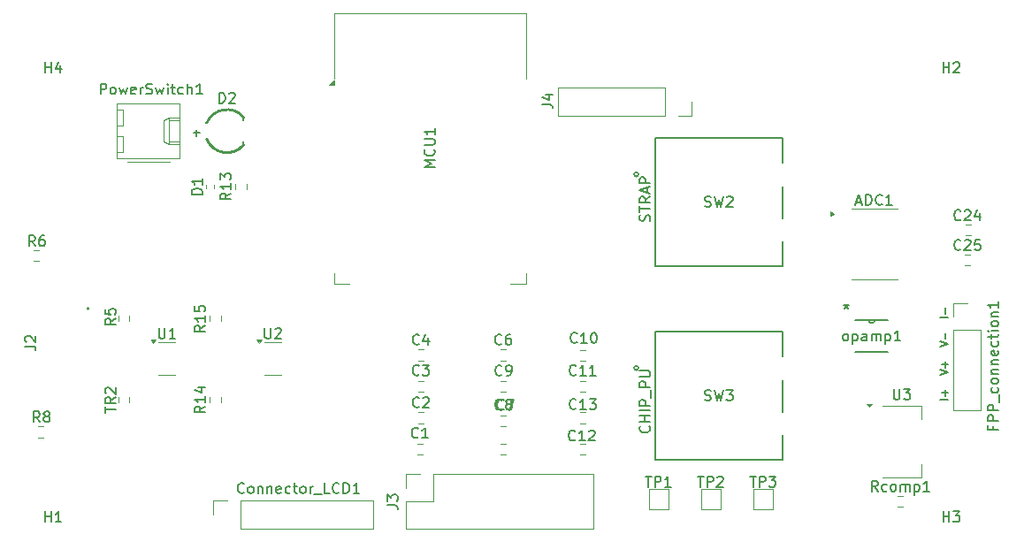
<source format=gbr>
%TF.GenerationSoftware,KiCad,Pcbnew,8.0.4*%
%TF.CreationDate,2024-10-15T03:37:40-05:00*%
%TF.ProjectId,FPP_10_8,4650505f-3130-45f3-982e-6b696361645f,rev?*%
%TF.SameCoordinates,Original*%
%TF.FileFunction,Legend,Top*%
%TF.FilePolarity,Positive*%
%FSLAX46Y46*%
G04 Gerber Fmt 4.6, Leading zero omitted, Abs format (unit mm)*
G04 Created by KiCad (PCBNEW 8.0.4) date 2024-10-15 03:37:40*
%MOMM*%
%LPD*%
G01*
G04 APERTURE LIST*
%ADD10C,0.150000*%
%ADD11C,0.187500*%
%ADD12C,0.152400*%
%ADD13C,0.120000*%
%ADD14C,0.220000*%
%ADD15C,0.200000*%
G04 APERTURE END LIST*
D10*
X165824580Y-100391792D02*
X165872200Y-100439411D01*
X165872200Y-100439411D02*
X165919819Y-100582268D01*
X165919819Y-100582268D02*
X165919819Y-100677506D01*
X165919819Y-100677506D02*
X165872200Y-100820363D01*
X165872200Y-100820363D02*
X165776961Y-100915601D01*
X165776961Y-100915601D02*
X165681723Y-100963220D01*
X165681723Y-100963220D02*
X165491247Y-101010839D01*
X165491247Y-101010839D02*
X165348390Y-101010839D01*
X165348390Y-101010839D02*
X165157914Y-100963220D01*
X165157914Y-100963220D02*
X165062676Y-100915601D01*
X165062676Y-100915601D02*
X164967438Y-100820363D01*
X164967438Y-100820363D02*
X164919819Y-100677506D01*
X164919819Y-100677506D02*
X164919819Y-100582268D01*
X164919819Y-100582268D02*
X164967438Y-100439411D01*
X164967438Y-100439411D02*
X165015057Y-100391792D01*
X165919819Y-99963220D02*
X164919819Y-99963220D01*
X165396009Y-99963220D02*
X165396009Y-99391792D01*
X165919819Y-99391792D02*
X164919819Y-99391792D01*
X165919819Y-98915601D02*
X164919819Y-98915601D01*
X165919819Y-98439411D02*
X164919819Y-98439411D01*
X164919819Y-98439411D02*
X164919819Y-98058459D01*
X164919819Y-98058459D02*
X164967438Y-97963221D01*
X164967438Y-97963221D02*
X165015057Y-97915602D01*
X165015057Y-97915602D02*
X165110295Y-97867983D01*
X165110295Y-97867983D02*
X165253152Y-97867983D01*
X165253152Y-97867983D02*
X165348390Y-97915602D01*
X165348390Y-97915602D02*
X165396009Y-97963221D01*
X165396009Y-97963221D02*
X165443628Y-98058459D01*
X165443628Y-98058459D02*
X165443628Y-98439411D01*
X166015057Y-97677507D02*
X166015057Y-96915602D01*
X165919819Y-96677506D02*
X164919819Y-96677506D01*
X164919819Y-96677506D02*
X164919819Y-96296554D01*
X164919819Y-96296554D02*
X164967438Y-96201316D01*
X164967438Y-96201316D02*
X165015057Y-96153697D01*
X165015057Y-96153697D02*
X165110295Y-96106078D01*
X165110295Y-96106078D02*
X165253152Y-96106078D01*
X165253152Y-96106078D02*
X165348390Y-96153697D01*
X165348390Y-96153697D02*
X165396009Y-96201316D01*
X165396009Y-96201316D02*
X165443628Y-96296554D01*
X165443628Y-96296554D02*
X165443628Y-96677506D01*
X164919819Y-95677506D02*
X165729342Y-95677506D01*
X165729342Y-95677506D02*
X165824580Y-95629887D01*
X165824580Y-95629887D02*
X165872200Y-95582268D01*
X165872200Y-95582268D02*
X165919819Y-95487030D01*
X165919819Y-95487030D02*
X165919819Y-95296554D01*
X165919819Y-95296554D02*
X165872200Y-95201316D01*
X165872200Y-95201316D02*
X165824580Y-95153697D01*
X165824580Y-95153697D02*
X165729342Y-95106078D01*
X165729342Y-95106078D02*
X164919819Y-95106078D01*
X165872200Y-80760839D02*
X165919819Y-80617982D01*
X165919819Y-80617982D02*
X165919819Y-80379887D01*
X165919819Y-80379887D02*
X165872200Y-80284649D01*
X165872200Y-80284649D02*
X165824580Y-80237030D01*
X165824580Y-80237030D02*
X165729342Y-80189411D01*
X165729342Y-80189411D02*
X165634104Y-80189411D01*
X165634104Y-80189411D02*
X165538866Y-80237030D01*
X165538866Y-80237030D02*
X165491247Y-80284649D01*
X165491247Y-80284649D02*
X165443628Y-80379887D01*
X165443628Y-80379887D02*
X165396009Y-80570363D01*
X165396009Y-80570363D02*
X165348390Y-80665601D01*
X165348390Y-80665601D02*
X165300771Y-80713220D01*
X165300771Y-80713220D02*
X165205533Y-80760839D01*
X165205533Y-80760839D02*
X165110295Y-80760839D01*
X165110295Y-80760839D02*
X165015057Y-80713220D01*
X165015057Y-80713220D02*
X164967438Y-80665601D01*
X164967438Y-80665601D02*
X164919819Y-80570363D01*
X164919819Y-80570363D02*
X164919819Y-80332268D01*
X164919819Y-80332268D02*
X164967438Y-80189411D01*
X164919819Y-79903696D02*
X164919819Y-79332268D01*
X165919819Y-79617982D02*
X164919819Y-79617982D01*
X165919819Y-78427506D02*
X165443628Y-78760839D01*
X165919819Y-78998934D02*
X164919819Y-78998934D01*
X164919819Y-78998934D02*
X164919819Y-78617982D01*
X164919819Y-78617982D02*
X164967438Y-78522744D01*
X164967438Y-78522744D02*
X165015057Y-78475125D01*
X165015057Y-78475125D02*
X165110295Y-78427506D01*
X165110295Y-78427506D02*
X165253152Y-78427506D01*
X165253152Y-78427506D02*
X165348390Y-78475125D01*
X165348390Y-78475125D02*
X165396009Y-78522744D01*
X165396009Y-78522744D02*
X165443628Y-78617982D01*
X165443628Y-78617982D02*
X165443628Y-78998934D01*
X165634104Y-78046553D02*
X165634104Y-77570363D01*
X165919819Y-78141791D02*
X164919819Y-77808458D01*
X164919819Y-77808458D02*
X165919819Y-77475125D01*
X165919819Y-77141791D02*
X164919819Y-77141791D01*
X164919819Y-77141791D02*
X164919819Y-76760839D01*
X164919819Y-76760839D02*
X164967438Y-76665601D01*
X164967438Y-76665601D02*
X165015057Y-76617982D01*
X165015057Y-76617982D02*
X165110295Y-76570363D01*
X165110295Y-76570363D02*
X165253152Y-76570363D01*
X165253152Y-76570363D02*
X165348390Y-76617982D01*
X165348390Y-76617982D02*
X165396009Y-76665601D01*
X165396009Y-76665601D02*
X165443628Y-76760839D01*
X165443628Y-76760839D02*
X165443628Y-77141791D01*
D11*
X194448464Y-97848073D02*
X193698464Y-97848073D01*
X194162750Y-97490930D02*
X194162750Y-96919502D01*
X194448464Y-97205216D02*
X193877035Y-97205216D01*
X193698464Y-95526644D02*
X194448464Y-95276644D01*
X194448464Y-95276644D02*
X193698464Y-95026644D01*
X194162750Y-94776644D02*
X194162750Y-94205216D01*
X194448464Y-94490930D02*
X193877035Y-94490930D01*
X193698464Y-92812358D02*
X194448464Y-92562358D01*
X194448464Y-92562358D02*
X193698464Y-92312358D01*
X194162750Y-92062358D02*
X194162750Y-91490930D01*
X194448464Y-89990929D02*
X193698464Y-89990929D01*
X194162750Y-89633786D02*
X194162750Y-89062358D01*
D10*
X171160667Y-79357200D02*
X171303524Y-79404819D01*
X171303524Y-79404819D02*
X171541619Y-79404819D01*
X171541619Y-79404819D02*
X171636857Y-79357200D01*
X171636857Y-79357200D02*
X171684476Y-79309580D01*
X171684476Y-79309580D02*
X171732095Y-79214342D01*
X171732095Y-79214342D02*
X171732095Y-79119104D01*
X171732095Y-79119104D02*
X171684476Y-79023866D01*
X171684476Y-79023866D02*
X171636857Y-78976247D01*
X171636857Y-78976247D02*
X171541619Y-78928628D01*
X171541619Y-78928628D02*
X171351143Y-78881009D01*
X171351143Y-78881009D02*
X171255905Y-78833390D01*
X171255905Y-78833390D02*
X171208286Y-78785771D01*
X171208286Y-78785771D02*
X171160667Y-78690533D01*
X171160667Y-78690533D02*
X171160667Y-78595295D01*
X171160667Y-78595295D02*
X171208286Y-78500057D01*
X171208286Y-78500057D02*
X171255905Y-78452438D01*
X171255905Y-78452438D02*
X171351143Y-78404819D01*
X171351143Y-78404819D02*
X171589238Y-78404819D01*
X171589238Y-78404819D02*
X171732095Y-78452438D01*
X172065429Y-78404819D02*
X172303524Y-79404819D01*
X172303524Y-79404819D02*
X172494000Y-78690533D01*
X172494000Y-78690533D02*
X172684476Y-79404819D01*
X172684476Y-79404819D02*
X172922572Y-78404819D01*
X173255905Y-78500057D02*
X173303524Y-78452438D01*
X173303524Y-78452438D02*
X173398762Y-78404819D01*
X173398762Y-78404819D02*
X173636857Y-78404819D01*
X173636857Y-78404819D02*
X173732095Y-78452438D01*
X173732095Y-78452438D02*
X173779714Y-78500057D01*
X173779714Y-78500057D02*
X173827333Y-78595295D01*
X173827333Y-78595295D02*
X173827333Y-78690533D01*
X173827333Y-78690533D02*
X173779714Y-78833390D01*
X173779714Y-78833390D02*
X173208286Y-79404819D01*
X173208286Y-79404819D02*
X173827333Y-79404819D01*
X171160667Y-97907200D02*
X171303524Y-97954819D01*
X171303524Y-97954819D02*
X171541619Y-97954819D01*
X171541619Y-97954819D02*
X171636857Y-97907200D01*
X171636857Y-97907200D02*
X171684476Y-97859580D01*
X171684476Y-97859580D02*
X171732095Y-97764342D01*
X171732095Y-97764342D02*
X171732095Y-97669104D01*
X171732095Y-97669104D02*
X171684476Y-97573866D01*
X171684476Y-97573866D02*
X171636857Y-97526247D01*
X171636857Y-97526247D02*
X171541619Y-97478628D01*
X171541619Y-97478628D02*
X171351143Y-97431009D01*
X171351143Y-97431009D02*
X171255905Y-97383390D01*
X171255905Y-97383390D02*
X171208286Y-97335771D01*
X171208286Y-97335771D02*
X171160667Y-97240533D01*
X171160667Y-97240533D02*
X171160667Y-97145295D01*
X171160667Y-97145295D02*
X171208286Y-97050057D01*
X171208286Y-97050057D02*
X171255905Y-97002438D01*
X171255905Y-97002438D02*
X171351143Y-96954819D01*
X171351143Y-96954819D02*
X171589238Y-96954819D01*
X171589238Y-96954819D02*
X171732095Y-97002438D01*
X172065429Y-96954819D02*
X172303524Y-97954819D01*
X172303524Y-97954819D02*
X172494000Y-97240533D01*
X172494000Y-97240533D02*
X172684476Y-97954819D01*
X172684476Y-97954819D02*
X172922572Y-96954819D01*
X173208286Y-96954819D02*
X173827333Y-96954819D01*
X173827333Y-96954819D02*
X173494000Y-97335771D01*
X173494000Y-97335771D02*
X173636857Y-97335771D01*
X173636857Y-97335771D02*
X173732095Y-97383390D01*
X173732095Y-97383390D02*
X173779714Y-97431009D01*
X173779714Y-97431009D02*
X173827333Y-97526247D01*
X173827333Y-97526247D02*
X173827333Y-97764342D01*
X173827333Y-97764342D02*
X173779714Y-97859580D01*
X173779714Y-97859580D02*
X173732095Y-97907200D01*
X173732095Y-97907200D02*
X173636857Y-97954819D01*
X173636857Y-97954819D02*
X173351143Y-97954819D01*
X173351143Y-97954819D02*
X173255905Y-97907200D01*
X173255905Y-97907200D02*
X173208286Y-97859580D01*
X175488095Y-105206819D02*
X176059523Y-105206819D01*
X175773809Y-106206819D02*
X175773809Y-105206819D01*
X176392857Y-106206819D02*
X176392857Y-105206819D01*
X176392857Y-105206819D02*
X176773809Y-105206819D01*
X176773809Y-105206819D02*
X176869047Y-105254438D01*
X176869047Y-105254438D02*
X176916666Y-105302057D01*
X176916666Y-105302057D02*
X176964285Y-105397295D01*
X176964285Y-105397295D02*
X176964285Y-105540152D01*
X176964285Y-105540152D02*
X176916666Y-105635390D01*
X176916666Y-105635390D02*
X176869047Y-105683009D01*
X176869047Y-105683009D02*
X176773809Y-105730628D01*
X176773809Y-105730628D02*
X176392857Y-105730628D01*
X177297619Y-105206819D02*
X177916666Y-105206819D01*
X177916666Y-105206819D02*
X177583333Y-105587771D01*
X177583333Y-105587771D02*
X177726190Y-105587771D01*
X177726190Y-105587771D02*
X177821428Y-105635390D01*
X177821428Y-105635390D02*
X177869047Y-105683009D01*
X177869047Y-105683009D02*
X177916666Y-105778247D01*
X177916666Y-105778247D02*
X177916666Y-106016342D01*
X177916666Y-106016342D02*
X177869047Y-106111580D01*
X177869047Y-106111580D02*
X177821428Y-106159200D01*
X177821428Y-106159200D02*
X177726190Y-106206819D01*
X177726190Y-106206819D02*
X177440476Y-106206819D01*
X177440476Y-106206819D02*
X177345238Y-106159200D01*
X177345238Y-106159200D02*
X177297619Y-106111580D01*
X170488095Y-105206819D02*
X171059523Y-105206819D01*
X170773809Y-106206819D02*
X170773809Y-105206819D01*
X171392857Y-106206819D02*
X171392857Y-105206819D01*
X171392857Y-105206819D02*
X171773809Y-105206819D01*
X171773809Y-105206819D02*
X171869047Y-105254438D01*
X171869047Y-105254438D02*
X171916666Y-105302057D01*
X171916666Y-105302057D02*
X171964285Y-105397295D01*
X171964285Y-105397295D02*
X171964285Y-105540152D01*
X171964285Y-105540152D02*
X171916666Y-105635390D01*
X171916666Y-105635390D02*
X171869047Y-105683009D01*
X171869047Y-105683009D02*
X171773809Y-105730628D01*
X171773809Y-105730628D02*
X171392857Y-105730628D01*
X172345238Y-105302057D02*
X172392857Y-105254438D01*
X172392857Y-105254438D02*
X172488095Y-105206819D01*
X172488095Y-105206819D02*
X172726190Y-105206819D01*
X172726190Y-105206819D02*
X172821428Y-105254438D01*
X172821428Y-105254438D02*
X172869047Y-105302057D01*
X172869047Y-105302057D02*
X172916666Y-105397295D01*
X172916666Y-105397295D02*
X172916666Y-105492533D01*
X172916666Y-105492533D02*
X172869047Y-105635390D01*
X172869047Y-105635390D02*
X172297619Y-106206819D01*
X172297619Y-106206819D02*
X172916666Y-106206819D01*
X165488095Y-105206819D02*
X166059523Y-105206819D01*
X165773809Y-106206819D02*
X165773809Y-105206819D01*
X166392857Y-106206819D02*
X166392857Y-105206819D01*
X166392857Y-105206819D02*
X166773809Y-105206819D01*
X166773809Y-105206819D02*
X166869047Y-105254438D01*
X166869047Y-105254438D02*
X166916666Y-105302057D01*
X166916666Y-105302057D02*
X166964285Y-105397295D01*
X166964285Y-105397295D02*
X166964285Y-105540152D01*
X166964285Y-105540152D02*
X166916666Y-105635390D01*
X166916666Y-105635390D02*
X166869047Y-105683009D01*
X166869047Y-105683009D02*
X166773809Y-105730628D01*
X166773809Y-105730628D02*
X166392857Y-105730628D01*
X167916666Y-106206819D02*
X167345238Y-106206819D01*
X167630952Y-106206819D02*
X167630952Y-105206819D01*
X167630952Y-105206819D02*
X167535714Y-105349676D01*
X167535714Y-105349676D02*
X167440476Y-105444914D01*
X167440476Y-105444914D02*
X167345238Y-105492533D01*
X107988095Y-66554819D02*
X107988095Y-65554819D01*
X107988095Y-66031009D02*
X108559523Y-66031009D01*
X108559523Y-66554819D02*
X108559523Y-65554819D01*
X109464285Y-65888152D02*
X109464285Y-66554819D01*
X109226190Y-65507200D02*
X108988095Y-66221485D01*
X108988095Y-66221485D02*
X109607142Y-66221485D01*
X193988095Y-109554819D02*
X193988095Y-108554819D01*
X193988095Y-109031009D02*
X194559523Y-109031009D01*
X194559523Y-109554819D02*
X194559523Y-108554819D01*
X194940476Y-108554819D02*
X195559523Y-108554819D01*
X195559523Y-108554819D02*
X195226190Y-108935771D01*
X195226190Y-108935771D02*
X195369047Y-108935771D01*
X195369047Y-108935771D02*
X195464285Y-108983390D01*
X195464285Y-108983390D02*
X195511904Y-109031009D01*
X195511904Y-109031009D02*
X195559523Y-109126247D01*
X195559523Y-109126247D02*
X195559523Y-109364342D01*
X195559523Y-109364342D02*
X195511904Y-109459580D01*
X195511904Y-109459580D02*
X195464285Y-109507200D01*
X195464285Y-109507200D02*
X195369047Y-109554819D01*
X195369047Y-109554819D02*
X195083333Y-109554819D01*
X195083333Y-109554819D02*
X194988095Y-109507200D01*
X194988095Y-109507200D02*
X194940476Y-109459580D01*
X193988095Y-66554819D02*
X193988095Y-65554819D01*
X193988095Y-66031009D02*
X194559523Y-66031009D01*
X194559523Y-66554819D02*
X194559523Y-65554819D01*
X194988095Y-65650057D02*
X195035714Y-65602438D01*
X195035714Y-65602438D02*
X195130952Y-65554819D01*
X195130952Y-65554819D02*
X195369047Y-65554819D01*
X195369047Y-65554819D02*
X195464285Y-65602438D01*
X195464285Y-65602438D02*
X195511904Y-65650057D01*
X195511904Y-65650057D02*
X195559523Y-65745295D01*
X195559523Y-65745295D02*
X195559523Y-65840533D01*
X195559523Y-65840533D02*
X195511904Y-65983390D01*
X195511904Y-65983390D02*
X194940476Y-66554819D01*
X194940476Y-66554819D02*
X195559523Y-66554819D01*
X107988095Y-109554819D02*
X107988095Y-108554819D01*
X107988095Y-109031009D02*
X108559523Y-109031009D01*
X108559523Y-109554819D02*
X108559523Y-108554819D01*
X109559523Y-109554819D02*
X108988095Y-109554819D01*
X109273809Y-109554819D02*
X109273809Y-108554819D01*
X109273809Y-108554819D02*
X109178571Y-108697676D01*
X109178571Y-108697676D02*
X109083333Y-108792914D01*
X109083333Y-108792914D02*
X108988095Y-108840533D01*
X195655142Y-83453582D02*
X195607523Y-83501202D01*
X195607523Y-83501202D02*
X195464666Y-83548821D01*
X195464666Y-83548821D02*
X195369428Y-83548821D01*
X195369428Y-83548821D02*
X195226571Y-83501202D01*
X195226571Y-83501202D02*
X195131333Y-83405963D01*
X195131333Y-83405963D02*
X195083714Y-83310725D01*
X195083714Y-83310725D02*
X195036095Y-83120249D01*
X195036095Y-83120249D02*
X195036095Y-82977392D01*
X195036095Y-82977392D02*
X195083714Y-82786916D01*
X195083714Y-82786916D02*
X195131333Y-82691678D01*
X195131333Y-82691678D02*
X195226571Y-82596440D01*
X195226571Y-82596440D02*
X195369428Y-82548821D01*
X195369428Y-82548821D02*
X195464666Y-82548821D01*
X195464666Y-82548821D02*
X195607523Y-82596440D01*
X195607523Y-82596440D02*
X195655142Y-82644059D01*
X196036095Y-82644059D02*
X196083714Y-82596440D01*
X196083714Y-82596440D02*
X196178952Y-82548821D01*
X196178952Y-82548821D02*
X196417047Y-82548821D01*
X196417047Y-82548821D02*
X196512285Y-82596440D01*
X196512285Y-82596440D02*
X196559904Y-82644059D01*
X196559904Y-82644059D02*
X196607523Y-82739297D01*
X196607523Y-82739297D02*
X196607523Y-82834535D01*
X196607523Y-82834535D02*
X196559904Y-82977392D01*
X196559904Y-82977392D02*
X195988476Y-83548821D01*
X195988476Y-83548821D02*
X196607523Y-83548821D01*
X197512285Y-82548821D02*
X197036095Y-82548821D01*
X197036095Y-82548821D02*
X196988476Y-83025011D01*
X196988476Y-83025011D02*
X197036095Y-82977392D01*
X197036095Y-82977392D02*
X197131333Y-82929773D01*
X197131333Y-82929773D02*
X197369428Y-82929773D01*
X197369428Y-82929773D02*
X197464666Y-82977392D01*
X197464666Y-82977392D02*
X197512285Y-83025011D01*
X197512285Y-83025011D02*
X197559904Y-83120249D01*
X197559904Y-83120249D02*
X197559904Y-83358344D01*
X197559904Y-83358344D02*
X197512285Y-83453582D01*
X197512285Y-83453582D02*
X197464666Y-83501202D01*
X197464666Y-83501202D02*
X197369428Y-83548821D01*
X197369428Y-83548821D02*
X197131333Y-83548821D01*
X197131333Y-83548821D02*
X197036095Y-83501202D01*
X197036095Y-83501202D02*
X196988476Y-83453582D01*
X195655142Y-80603582D02*
X195607523Y-80651202D01*
X195607523Y-80651202D02*
X195464666Y-80698821D01*
X195464666Y-80698821D02*
X195369428Y-80698821D01*
X195369428Y-80698821D02*
X195226571Y-80651202D01*
X195226571Y-80651202D02*
X195131333Y-80555963D01*
X195131333Y-80555963D02*
X195083714Y-80460725D01*
X195083714Y-80460725D02*
X195036095Y-80270249D01*
X195036095Y-80270249D02*
X195036095Y-80127392D01*
X195036095Y-80127392D02*
X195083714Y-79936916D01*
X195083714Y-79936916D02*
X195131333Y-79841678D01*
X195131333Y-79841678D02*
X195226571Y-79746440D01*
X195226571Y-79746440D02*
X195369428Y-79698821D01*
X195369428Y-79698821D02*
X195464666Y-79698821D01*
X195464666Y-79698821D02*
X195607523Y-79746440D01*
X195607523Y-79746440D02*
X195655142Y-79794059D01*
X196036095Y-79794059D02*
X196083714Y-79746440D01*
X196083714Y-79746440D02*
X196178952Y-79698821D01*
X196178952Y-79698821D02*
X196417047Y-79698821D01*
X196417047Y-79698821D02*
X196512285Y-79746440D01*
X196512285Y-79746440D02*
X196559904Y-79794059D01*
X196559904Y-79794059D02*
X196607523Y-79889297D01*
X196607523Y-79889297D02*
X196607523Y-79984535D01*
X196607523Y-79984535D02*
X196559904Y-80127392D01*
X196559904Y-80127392D02*
X195988476Y-80698821D01*
X195988476Y-80698821D02*
X196607523Y-80698821D01*
X197464666Y-80032154D02*
X197464666Y-80698821D01*
X197226571Y-79651202D02*
X196988476Y-80365487D01*
X196988476Y-80365487D02*
X197607523Y-80365487D01*
X155604819Y-69583333D02*
X156319104Y-69583333D01*
X156319104Y-69583333D02*
X156461961Y-69630952D01*
X156461961Y-69630952D02*
X156557200Y-69726190D01*
X156557200Y-69726190D02*
X156604819Y-69869047D01*
X156604819Y-69869047D02*
X156604819Y-69964285D01*
X155938152Y-68678571D02*
X156604819Y-68678571D01*
X155557200Y-68916666D02*
X156271485Y-69154761D01*
X156271485Y-69154761D02*
X156271485Y-68535714D01*
X151904833Y-98760580D02*
X151857214Y-98808200D01*
X151857214Y-98808200D02*
X151714357Y-98855819D01*
X151714357Y-98855819D02*
X151619119Y-98855819D01*
X151619119Y-98855819D02*
X151476262Y-98808200D01*
X151476262Y-98808200D02*
X151381024Y-98712961D01*
X151381024Y-98712961D02*
X151333405Y-98617723D01*
X151333405Y-98617723D02*
X151285786Y-98427247D01*
X151285786Y-98427247D02*
X151285786Y-98284390D01*
X151285786Y-98284390D02*
X151333405Y-98093914D01*
X151333405Y-98093914D02*
X151381024Y-97998676D01*
X151381024Y-97998676D02*
X151476262Y-97903438D01*
X151476262Y-97903438D02*
X151619119Y-97855819D01*
X151619119Y-97855819D02*
X151714357Y-97855819D01*
X151714357Y-97855819D02*
X151857214Y-97903438D01*
X151857214Y-97903438D02*
X151904833Y-97951057D01*
X152238167Y-97855819D02*
X152904833Y-97855819D01*
X152904833Y-97855819D02*
X152476262Y-98855819D01*
X143797833Y-98518580D02*
X143750214Y-98566200D01*
X143750214Y-98566200D02*
X143607357Y-98613819D01*
X143607357Y-98613819D02*
X143512119Y-98613819D01*
X143512119Y-98613819D02*
X143369262Y-98566200D01*
X143369262Y-98566200D02*
X143274024Y-98470961D01*
X143274024Y-98470961D02*
X143226405Y-98375723D01*
X143226405Y-98375723D02*
X143178786Y-98185247D01*
X143178786Y-98185247D02*
X143178786Y-98042390D01*
X143178786Y-98042390D02*
X143226405Y-97851914D01*
X143226405Y-97851914D02*
X143274024Y-97756676D01*
X143274024Y-97756676D02*
X143369262Y-97661438D01*
X143369262Y-97661438D02*
X143512119Y-97613819D01*
X143512119Y-97613819D02*
X143607357Y-97613819D01*
X143607357Y-97613819D02*
X143750214Y-97661438D01*
X143750214Y-97661438D02*
X143797833Y-97709057D01*
X144178786Y-97709057D02*
X144226405Y-97661438D01*
X144226405Y-97661438D02*
X144321643Y-97613819D01*
X144321643Y-97613819D02*
X144559738Y-97613819D01*
X144559738Y-97613819D02*
X144654976Y-97661438D01*
X144654976Y-97661438D02*
X144702595Y-97709057D01*
X144702595Y-97709057D02*
X144750214Y-97804295D01*
X144750214Y-97804295D02*
X144750214Y-97899533D01*
X144750214Y-97899533D02*
X144702595Y-98042390D01*
X144702595Y-98042390D02*
X144131167Y-98613819D01*
X144131167Y-98613819D02*
X144750214Y-98613819D01*
X123314819Y-90755357D02*
X122838628Y-91088690D01*
X123314819Y-91326785D02*
X122314819Y-91326785D01*
X122314819Y-91326785D02*
X122314819Y-90945833D01*
X122314819Y-90945833D02*
X122362438Y-90850595D01*
X122362438Y-90850595D02*
X122410057Y-90802976D01*
X122410057Y-90802976D02*
X122505295Y-90755357D01*
X122505295Y-90755357D02*
X122648152Y-90755357D01*
X122648152Y-90755357D02*
X122743390Y-90802976D01*
X122743390Y-90802976D02*
X122791009Y-90850595D01*
X122791009Y-90850595D02*
X122838628Y-90945833D01*
X122838628Y-90945833D02*
X122838628Y-91326785D01*
X123314819Y-89802976D02*
X123314819Y-90374404D01*
X123314819Y-90088690D02*
X122314819Y-90088690D01*
X122314819Y-90088690D02*
X122457676Y-90183928D01*
X122457676Y-90183928D02*
X122552914Y-90279166D01*
X122552914Y-90279166D02*
X122600533Y-90374404D01*
X122314819Y-88898214D02*
X122314819Y-89374404D01*
X122314819Y-89374404D02*
X122791009Y-89422023D01*
X122791009Y-89422023D02*
X122743390Y-89374404D01*
X122743390Y-89374404D02*
X122695771Y-89279166D01*
X122695771Y-89279166D02*
X122695771Y-89041071D01*
X122695771Y-89041071D02*
X122743390Y-88945833D01*
X122743390Y-88945833D02*
X122791009Y-88898214D01*
X122791009Y-88898214D02*
X122886247Y-88850595D01*
X122886247Y-88850595D02*
X123124342Y-88850595D01*
X123124342Y-88850595D02*
X123219580Y-88898214D01*
X123219580Y-88898214D02*
X123267200Y-88945833D01*
X123267200Y-88945833D02*
X123314819Y-89041071D01*
X123314819Y-89041071D02*
X123314819Y-89279166D01*
X123314819Y-89279166D02*
X123267200Y-89374404D01*
X123267200Y-89374404D02*
X123219580Y-89422023D01*
X118890595Y-91004819D02*
X118890595Y-91814342D01*
X118890595Y-91814342D02*
X118938214Y-91909580D01*
X118938214Y-91909580D02*
X118985833Y-91957200D01*
X118985833Y-91957200D02*
X119081071Y-92004819D01*
X119081071Y-92004819D02*
X119271547Y-92004819D01*
X119271547Y-92004819D02*
X119366785Y-91957200D01*
X119366785Y-91957200D02*
X119414404Y-91909580D01*
X119414404Y-91909580D02*
X119462023Y-91814342D01*
X119462023Y-91814342D02*
X119462023Y-91004819D01*
X120462023Y-92004819D02*
X119890595Y-92004819D01*
X120176309Y-92004819D02*
X120176309Y-91004819D01*
X120176309Y-91004819D02*
X120081071Y-91147676D01*
X120081071Y-91147676D02*
X119985833Y-91242914D01*
X119985833Y-91242914D02*
X119890595Y-91290533D01*
X114744819Y-90116666D02*
X114268628Y-90449999D01*
X114744819Y-90688094D02*
X113744819Y-90688094D01*
X113744819Y-90688094D02*
X113744819Y-90307142D01*
X113744819Y-90307142D02*
X113792438Y-90211904D01*
X113792438Y-90211904D02*
X113840057Y-90164285D01*
X113840057Y-90164285D02*
X113935295Y-90116666D01*
X113935295Y-90116666D02*
X114078152Y-90116666D01*
X114078152Y-90116666D02*
X114173390Y-90164285D01*
X114173390Y-90164285D02*
X114221009Y-90211904D01*
X114221009Y-90211904D02*
X114268628Y-90307142D01*
X114268628Y-90307142D02*
X114268628Y-90688094D01*
X113744819Y-89211904D02*
X113744819Y-89688094D01*
X113744819Y-89688094D02*
X114221009Y-89735713D01*
X114221009Y-89735713D02*
X114173390Y-89688094D01*
X114173390Y-89688094D02*
X114125771Y-89592856D01*
X114125771Y-89592856D02*
X114125771Y-89354761D01*
X114125771Y-89354761D02*
X114173390Y-89259523D01*
X114173390Y-89259523D02*
X114221009Y-89211904D01*
X114221009Y-89211904D02*
X114316247Y-89164285D01*
X114316247Y-89164285D02*
X114554342Y-89164285D01*
X114554342Y-89164285D02*
X114649580Y-89211904D01*
X114649580Y-89211904D02*
X114697200Y-89259523D01*
X114697200Y-89259523D02*
X114744819Y-89354761D01*
X114744819Y-89354761D02*
X114744819Y-89592856D01*
X114744819Y-89592856D02*
X114697200Y-89688094D01*
X114697200Y-89688094D02*
X114649580Y-89735713D01*
X151699333Y-92518580D02*
X151651714Y-92566200D01*
X151651714Y-92566200D02*
X151508857Y-92613819D01*
X151508857Y-92613819D02*
X151413619Y-92613819D01*
X151413619Y-92613819D02*
X151270762Y-92566200D01*
X151270762Y-92566200D02*
X151175524Y-92470961D01*
X151175524Y-92470961D02*
X151127905Y-92375723D01*
X151127905Y-92375723D02*
X151080286Y-92185247D01*
X151080286Y-92185247D02*
X151080286Y-92042390D01*
X151080286Y-92042390D02*
X151127905Y-91851914D01*
X151127905Y-91851914D02*
X151175524Y-91756676D01*
X151175524Y-91756676D02*
X151270762Y-91661438D01*
X151270762Y-91661438D02*
X151413619Y-91613819D01*
X151413619Y-91613819D02*
X151508857Y-91613819D01*
X151508857Y-91613819D02*
X151651714Y-91661438D01*
X151651714Y-91661438D02*
X151699333Y-91709057D01*
X152556476Y-91613819D02*
X152366000Y-91613819D01*
X152366000Y-91613819D02*
X152270762Y-91661438D01*
X152270762Y-91661438D02*
X152223143Y-91709057D01*
X152223143Y-91709057D02*
X152127905Y-91851914D01*
X152127905Y-91851914D02*
X152080286Y-92042390D01*
X152080286Y-92042390D02*
X152080286Y-92423342D01*
X152080286Y-92423342D02*
X152127905Y-92518580D01*
X152127905Y-92518580D02*
X152175524Y-92566200D01*
X152175524Y-92566200D02*
X152270762Y-92613819D01*
X152270762Y-92613819D02*
X152461238Y-92613819D01*
X152461238Y-92613819D02*
X152556476Y-92566200D01*
X152556476Y-92566200D02*
X152604095Y-92518580D01*
X152604095Y-92518580D02*
X152651714Y-92423342D01*
X152651714Y-92423342D02*
X152651714Y-92185247D01*
X152651714Y-92185247D02*
X152604095Y-92090009D01*
X152604095Y-92090009D02*
X152556476Y-92042390D01*
X152556476Y-92042390D02*
X152461238Y-91994771D01*
X152461238Y-91994771D02*
X152270762Y-91994771D01*
X152270762Y-91994771D02*
X152175524Y-92042390D01*
X152175524Y-92042390D02*
X152127905Y-92090009D01*
X152127905Y-92090009D02*
X152080286Y-92185247D01*
X158922142Y-92352580D02*
X158874523Y-92400200D01*
X158874523Y-92400200D02*
X158731666Y-92447819D01*
X158731666Y-92447819D02*
X158636428Y-92447819D01*
X158636428Y-92447819D02*
X158493571Y-92400200D01*
X158493571Y-92400200D02*
X158398333Y-92304961D01*
X158398333Y-92304961D02*
X158350714Y-92209723D01*
X158350714Y-92209723D02*
X158303095Y-92019247D01*
X158303095Y-92019247D02*
X158303095Y-91876390D01*
X158303095Y-91876390D02*
X158350714Y-91685914D01*
X158350714Y-91685914D02*
X158398333Y-91590676D01*
X158398333Y-91590676D02*
X158493571Y-91495438D01*
X158493571Y-91495438D02*
X158636428Y-91447819D01*
X158636428Y-91447819D02*
X158731666Y-91447819D01*
X158731666Y-91447819D02*
X158874523Y-91495438D01*
X158874523Y-91495438D02*
X158922142Y-91543057D01*
X159874523Y-92447819D02*
X159303095Y-92447819D01*
X159588809Y-92447819D02*
X159588809Y-91447819D01*
X159588809Y-91447819D02*
X159493571Y-91590676D01*
X159493571Y-91590676D02*
X159398333Y-91685914D01*
X159398333Y-91685914D02*
X159303095Y-91733533D01*
X160493571Y-91447819D02*
X160588809Y-91447819D01*
X160588809Y-91447819D02*
X160684047Y-91495438D01*
X160684047Y-91495438D02*
X160731666Y-91543057D01*
X160731666Y-91543057D02*
X160779285Y-91638295D01*
X160779285Y-91638295D02*
X160826904Y-91828771D01*
X160826904Y-91828771D02*
X160826904Y-92066866D01*
X160826904Y-92066866D02*
X160779285Y-92257342D01*
X160779285Y-92257342D02*
X160731666Y-92352580D01*
X160731666Y-92352580D02*
X160684047Y-92400200D01*
X160684047Y-92400200D02*
X160588809Y-92447819D01*
X160588809Y-92447819D02*
X160493571Y-92447819D01*
X160493571Y-92447819D02*
X160398333Y-92400200D01*
X160398333Y-92400200D02*
X160350714Y-92352580D01*
X160350714Y-92352580D02*
X160303095Y-92257342D01*
X160303095Y-92257342D02*
X160255476Y-92066866D01*
X160255476Y-92066866D02*
X160255476Y-91828771D01*
X160255476Y-91828771D02*
X160303095Y-91638295D01*
X160303095Y-91638295D02*
X160350714Y-91543057D01*
X160350714Y-91543057D02*
X160398333Y-91495438D01*
X160398333Y-91495438D02*
X160493571Y-91447819D01*
X185665714Y-78947106D02*
X186141904Y-78947106D01*
X185570476Y-79232821D02*
X185903809Y-78232821D01*
X185903809Y-78232821D02*
X186237142Y-79232821D01*
X186570476Y-79232821D02*
X186570476Y-78232821D01*
X186570476Y-78232821D02*
X186808571Y-78232821D01*
X186808571Y-78232821D02*
X186951428Y-78280440D01*
X186951428Y-78280440D02*
X187046666Y-78375678D01*
X187046666Y-78375678D02*
X187094285Y-78470916D01*
X187094285Y-78470916D02*
X187141904Y-78661392D01*
X187141904Y-78661392D02*
X187141904Y-78804249D01*
X187141904Y-78804249D02*
X187094285Y-78994725D01*
X187094285Y-78994725D02*
X187046666Y-79089963D01*
X187046666Y-79089963D02*
X186951428Y-79185202D01*
X186951428Y-79185202D02*
X186808571Y-79232821D01*
X186808571Y-79232821D02*
X186570476Y-79232821D01*
X188141904Y-79137582D02*
X188094285Y-79185202D01*
X188094285Y-79185202D02*
X187951428Y-79232821D01*
X187951428Y-79232821D02*
X187856190Y-79232821D01*
X187856190Y-79232821D02*
X187713333Y-79185202D01*
X187713333Y-79185202D02*
X187618095Y-79089963D01*
X187618095Y-79089963D02*
X187570476Y-78994725D01*
X187570476Y-78994725D02*
X187522857Y-78804249D01*
X187522857Y-78804249D02*
X187522857Y-78661392D01*
X187522857Y-78661392D02*
X187570476Y-78470916D01*
X187570476Y-78470916D02*
X187618095Y-78375678D01*
X187618095Y-78375678D02*
X187713333Y-78280440D01*
X187713333Y-78280440D02*
X187856190Y-78232821D01*
X187856190Y-78232821D02*
X187951428Y-78232821D01*
X187951428Y-78232821D02*
X188094285Y-78280440D01*
X188094285Y-78280440D02*
X188141904Y-78328059D01*
X189094285Y-79232821D02*
X188522857Y-79232821D01*
X188808571Y-79232821D02*
X188808571Y-78232821D01*
X188808571Y-78232821D02*
X188713333Y-78375678D01*
X188713333Y-78375678D02*
X188618095Y-78470916D01*
X188618095Y-78470916D02*
X188522857Y-78518535D01*
X123030819Y-78201594D02*
X122030819Y-78201594D01*
X122030819Y-78201594D02*
X122030819Y-77963499D01*
X122030819Y-77963499D02*
X122078438Y-77820642D01*
X122078438Y-77820642D02*
X122173676Y-77725404D01*
X122173676Y-77725404D02*
X122268914Y-77677785D01*
X122268914Y-77677785D02*
X122459390Y-77630166D01*
X122459390Y-77630166D02*
X122602247Y-77630166D01*
X122602247Y-77630166D02*
X122792723Y-77677785D01*
X122792723Y-77677785D02*
X122887961Y-77725404D01*
X122887961Y-77725404D02*
X122983200Y-77820642D01*
X122983200Y-77820642D02*
X123030819Y-77963499D01*
X123030819Y-77963499D02*
X123030819Y-78201594D01*
X123030819Y-76677785D02*
X123030819Y-77249213D01*
X123030819Y-76963499D02*
X122030819Y-76963499D01*
X122030819Y-76963499D02*
X122173676Y-77058737D01*
X122173676Y-77058737D02*
X122268914Y-77153975D01*
X122268914Y-77153975D02*
X122316533Y-77249213D01*
X125770819Y-78096357D02*
X125294628Y-78429690D01*
X125770819Y-78667785D02*
X124770819Y-78667785D01*
X124770819Y-78667785D02*
X124770819Y-78286833D01*
X124770819Y-78286833D02*
X124818438Y-78191595D01*
X124818438Y-78191595D02*
X124866057Y-78143976D01*
X124866057Y-78143976D02*
X124961295Y-78096357D01*
X124961295Y-78096357D02*
X125104152Y-78096357D01*
X125104152Y-78096357D02*
X125199390Y-78143976D01*
X125199390Y-78143976D02*
X125247009Y-78191595D01*
X125247009Y-78191595D02*
X125294628Y-78286833D01*
X125294628Y-78286833D02*
X125294628Y-78667785D01*
X125770819Y-77143976D02*
X125770819Y-77715404D01*
X125770819Y-77429690D02*
X124770819Y-77429690D01*
X124770819Y-77429690D02*
X124913676Y-77524928D01*
X124913676Y-77524928D02*
X125008914Y-77620166D01*
X125008914Y-77620166D02*
X125056533Y-77715404D01*
X124770819Y-76810642D02*
X124770819Y-76191595D01*
X124770819Y-76191595D02*
X125151771Y-76524928D01*
X125151771Y-76524928D02*
X125151771Y-76382071D01*
X125151771Y-76382071D02*
X125199390Y-76286833D01*
X125199390Y-76286833D02*
X125247009Y-76239214D01*
X125247009Y-76239214D02*
X125342247Y-76191595D01*
X125342247Y-76191595D02*
X125580342Y-76191595D01*
X125580342Y-76191595D02*
X125675580Y-76239214D01*
X125675580Y-76239214D02*
X125723200Y-76286833D01*
X125723200Y-76286833D02*
X125770819Y-76382071D01*
X125770819Y-76382071D02*
X125770819Y-76667785D01*
X125770819Y-76667785D02*
X125723200Y-76763023D01*
X125723200Y-76763023D02*
X125675580Y-76810642D01*
X113744819Y-99124404D02*
X113744819Y-98552976D01*
X114744819Y-98838690D02*
X113744819Y-98838690D01*
X114744819Y-97648214D02*
X114268628Y-97981547D01*
X114744819Y-98219642D02*
X113744819Y-98219642D01*
X113744819Y-98219642D02*
X113744819Y-97838690D01*
X113744819Y-97838690D02*
X113792438Y-97743452D01*
X113792438Y-97743452D02*
X113840057Y-97695833D01*
X113840057Y-97695833D02*
X113935295Y-97648214D01*
X113935295Y-97648214D02*
X114078152Y-97648214D01*
X114078152Y-97648214D02*
X114173390Y-97695833D01*
X114173390Y-97695833D02*
X114221009Y-97743452D01*
X114221009Y-97743452D02*
X114268628Y-97838690D01*
X114268628Y-97838690D02*
X114268628Y-98219642D01*
X113840057Y-97267261D02*
X113792438Y-97219642D01*
X113792438Y-97219642D02*
X113744819Y-97124404D01*
X113744819Y-97124404D02*
X113744819Y-96886309D01*
X113744819Y-96886309D02*
X113792438Y-96791071D01*
X113792438Y-96791071D02*
X113840057Y-96743452D01*
X113840057Y-96743452D02*
X113935295Y-96695833D01*
X113935295Y-96695833D02*
X114030533Y-96695833D01*
X114030533Y-96695833D02*
X114173390Y-96743452D01*
X114173390Y-96743452D02*
X114744819Y-97314880D01*
X114744819Y-97314880D02*
X114744819Y-96695833D01*
X184556871Y-92229820D02*
X184461633Y-92182201D01*
X184461633Y-92182201D02*
X184414014Y-92134581D01*
X184414014Y-92134581D02*
X184366395Y-92039343D01*
X184366395Y-92039343D02*
X184366395Y-91753629D01*
X184366395Y-91753629D02*
X184414014Y-91658391D01*
X184414014Y-91658391D02*
X184461633Y-91610772D01*
X184461633Y-91610772D02*
X184556871Y-91563153D01*
X184556871Y-91563153D02*
X184699728Y-91563153D01*
X184699728Y-91563153D02*
X184794966Y-91610772D01*
X184794966Y-91610772D02*
X184842585Y-91658391D01*
X184842585Y-91658391D02*
X184890204Y-91753629D01*
X184890204Y-91753629D02*
X184890204Y-92039343D01*
X184890204Y-92039343D02*
X184842585Y-92134581D01*
X184842585Y-92134581D02*
X184794966Y-92182201D01*
X184794966Y-92182201D02*
X184699728Y-92229820D01*
X184699728Y-92229820D02*
X184556871Y-92229820D01*
X185318776Y-91563153D02*
X185318776Y-92563153D01*
X185318776Y-91610772D02*
X185414014Y-91563153D01*
X185414014Y-91563153D02*
X185604490Y-91563153D01*
X185604490Y-91563153D02*
X185699728Y-91610772D01*
X185699728Y-91610772D02*
X185747347Y-91658391D01*
X185747347Y-91658391D02*
X185794966Y-91753629D01*
X185794966Y-91753629D02*
X185794966Y-92039343D01*
X185794966Y-92039343D02*
X185747347Y-92134581D01*
X185747347Y-92134581D02*
X185699728Y-92182201D01*
X185699728Y-92182201D02*
X185604490Y-92229820D01*
X185604490Y-92229820D02*
X185414014Y-92229820D01*
X185414014Y-92229820D02*
X185318776Y-92182201D01*
X186652109Y-92229820D02*
X186652109Y-91706010D01*
X186652109Y-91706010D02*
X186604490Y-91610772D01*
X186604490Y-91610772D02*
X186509252Y-91563153D01*
X186509252Y-91563153D02*
X186318776Y-91563153D01*
X186318776Y-91563153D02*
X186223538Y-91610772D01*
X186652109Y-92182201D02*
X186556871Y-92229820D01*
X186556871Y-92229820D02*
X186318776Y-92229820D01*
X186318776Y-92229820D02*
X186223538Y-92182201D01*
X186223538Y-92182201D02*
X186175919Y-92086962D01*
X186175919Y-92086962D02*
X186175919Y-91991724D01*
X186175919Y-91991724D02*
X186223538Y-91896486D01*
X186223538Y-91896486D02*
X186318776Y-91848867D01*
X186318776Y-91848867D02*
X186556871Y-91848867D01*
X186556871Y-91848867D02*
X186652109Y-91801248D01*
X187128300Y-92229820D02*
X187128300Y-91563153D01*
X187128300Y-91658391D02*
X187175919Y-91610772D01*
X187175919Y-91610772D02*
X187271157Y-91563153D01*
X187271157Y-91563153D02*
X187414014Y-91563153D01*
X187414014Y-91563153D02*
X187509252Y-91610772D01*
X187509252Y-91610772D02*
X187556871Y-91706010D01*
X187556871Y-91706010D02*
X187556871Y-92229820D01*
X187556871Y-91706010D02*
X187604490Y-91610772D01*
X187604490Y-91610772D02*
X187699728Y-91563153D01*
X187699728Y-91563153D02*
X187842585Y-91563153D01*
X187842585Y-91563153D02*
X187937824Y-91610772D01*
X187937824Y-91610772D02*
X187985443Y-91706010D01*
X187985443Y-91706010D02*
X187985443Y-92229820D01*
X188461633Y-91563153D02*
X188461633Y-92563153D01*
X188461633Y-91610772D02*
X188556871Y-91563153D01*
X188556871Y-91563153D02*
X188747347Y-91563153D01*
X188747347Y-91563153D02*
X188842585Y-91610772D01*
X188842585Y-91610772D02*
X188890204Y-91658391D01*
X188890204Y-91658391D02*
X188937823Y-91753629D01*
X188937823Y-91753629D02*
X188937823Y-92039343D01*
X188937823Y-92039343D02*
X188890204Y-92134581D01*
X188890204Y-92134581D02*
X188842585Y-92182201D01*
X188842585Y-92182201D02*
X188747347Y-92229820D01*
X188747347Y-92229820D02*
X188556871Y-92229820D01*
X188556871Y-92229820D02*
X188461633Y-92182201D01*
X189890204Y-92229820D02*
X189318776Y-92229820D01*
X189604490Y-92229820D02*
X189604490Y-91229820D01*
X189604490Y-91229820D02*
X189509252Y-91372677D01*
X189509252Y-91372677D02*
X189414014Y-91467915D01*
X189414014Y-91467915D02*
X189318776Y-91515534D01*
X184702600Y-88680020D02*
X184702600Y-88918115D01*
X184464505Y-88822877D02*
X184702600Y-88918115D01*
X184702600Y-88918115D02*
X184940695Y-88822877D01*
X184559743Y-89108591D02*
X184702600Y-88918115D01*
X184702600Y-88918115D02*
X184845457Y-89108591D01*
X184702600Y-88680020D02*
X184702600Y-88918115D01*
X184464505Y-88822877D02*
X184702600Y-88918115D01*
X184702600Y-88918115D02*
X184940695Y-88822877D01*
X184559743Y-89108591D02*
X184702600Y-88918115D01*
X184702600Y-88918115D02*
X184845457Y-89108591D01*
X158734142Y-101698580D02*
X158686523Y-101746200D01*
X158686523Y-101746200D02*
X158543666Y-101793819D01*
X158543666Y-101793819D02*
X158448428Y-101793819D01*
X158448428Y-101793819D02*
X158305571Y-101746200D01*
X158305571Y-101746200D02*
X158210333Y-101650961D01*
X158210333Y-101650961D02*
X158162714Y-101555723D01*
X158162714Y-101555723D02*
X158115095Y-101365247D01*
X158115095Y-101365247D02*
X158115095Y-101222390D01*
X158115095Y-101222390D02*
X158162714Y-101031914D01*
X158162714Y-101031914D02*
X158210333Y-100936676D01*
X158210333Y-100936676D02*
X158305571Y-100841438D01*
X158305571Y-100841438D02*
X158448428Y-100793819D01*
X158448428Y-100793819D02*
X158543666Y-100793819D01*
X158543666Y-100793819D02*
X158686523Y-100841438D01*
X158686523Y-100841438D02*
X158734142Y-100889057D01*
X159686523Y-101793819D02*
X159115095Y-101793819D01*
X159400809Y-101793819D02*
X159400809Y-100793819D01*
X159400809Y-100793819D02*
X159305571Y-100936676D01*
X159305571Y-100936676D02*
X159210333Y-101031914D01*
X159210333Y-101031914D02*
X159115095Y-101079533D01*
X160067476Y-100889057D02*
X160115095Y-100841438D01*
X160115095Y-100841438D02*
X160210333Y-100793819D01*
X160210333Y-100793819D02*
X160448428Y-100793819D01*
X160448428Y-100793819D02*
X160543666Y-100841438D01*
X160543666Y-100841438D02*
X160591285Y-100889057D01*
X160591285Y-100889057D02*
X160638904Y-100984295D01*
X160638904Y-100984295D02*
X160638904Y-101079533D01*
X160638904Y-101079533D02*
X160591285Y-101222390D01*
X160591285Y-101222390D02*
X160019857Y-101793819D01*
X160019857Y-101793819D02*
X160638904Y-101793819D01*
X143710333Y-101448580D02*
X143662714Y-101496200D01*
X143662714Y-101496200D02*
X143519857Y-101543819D01*
X143519857Y-101543819D02*
X143424619Y-101543819D01*
X143424619Y-101543819D02*
X143281762Y-101496200D01*
X143281762Y-101496200D02*
X143186524Y-101400961D01*
X143186524Y-101400961D02*
X143138905Y-101305723D01*
X143138905Y-101305723D02*
X143091286Y-101115247D01*
X143091286Y-101115247D02*
X143091286Y-100972390D01*
X143091286Y-100972390D02*
X143138905Y-100781914D01*
X143138905Y-100781914D02*
X143186524Y-100686676D01*
X143186524Y-100686676D02*
X143281762Y-100591438D01*
X143281762Y-100591438D02*
X143424619Y-100543819D01*
X143424619Y-100543819D02*
X143519857Y-100543819D01*
X143519857Y-100543819D02*
X143662714Y-100591438D01*
X143662714Y-100591438D02*
X143710333Y-100639057D01*
X144662714Y-101543819D02*
X144091286Y-101543819D01*
X144377000Y-101543819D02*
X144377000Y-100543819D01*
X144377000Y-100543819D02*
X144281762Y-100686676D01*
X144281762Y-100686676D02*
X144186524Y-100781914D01*
X144186524Y-100781914D02*
X144091286Y-100829533D01*
X143797833Y-95448580D02*
X143750214Y-95496200D01*
X143750214Y-95496200D02*
X143607357Y-95543819D01*
X143607357Y-95543819D02*
X143512119Y-95543819D01*
X143512119Y-95543819D02*
X143369262Y-95496200D01*
X143369262Y-95496200D02*
X143274024Y-95400961D01*
X143274024Y-95400961D02*
X143226405Y-95305723D01*
X143226405Y-95305723D02*
X143178786Y-95115247D01*
X143178786Y-95115247D02*
X143178786Y-94972390D01*
X143178786Y-94972390D02*
X143226405Y-94781914D01*
X143226405Y-94781914D02*
X143274024Y-94686676D01*
X143274024Y-94686676D02*
X143369262Y-94591438D01*
X143369262Y-94591438D02*
X143512119Y-94543819D01*
X143512119Y-94543819D02*
X143607357Y-94543819D01*
X143607357Y-94543819D02*
X143750214Y-94591438D01*
X143750214Y-94591438D02*
X143797833Y-94639057D01*
X144131167Y-94543819D02*
X144750214Y-94543819D01*
X144750214Y-94543819D02*
X144416881Y-94924771D01*
X144416881Y-94924771D02*
X144559738Y-94924771D01*
X144559738Y-94924771D02*
X144654976Y-94972390D01*
X144654976Y-94972390D02*
X144702595Y-95020009D01*
X144702595Y-95020009D02*
X144750214Y-95115247D01*
X144750214Y-95115247D02*
X144750214Y-95353342D01*
X144750214Y-95353342D02*
X144702595Y-95448580D01*
X144702595Y-95448580D02*
X144654976Y-95496200D01*
X144654976Y-95496200D02*
X144559738Y-95543819D01*
X144559738Y-95543819D02*
X144274024Y-95543819D01*
X144274024Y-95543819D02*
X144178786Y-95496200D01*
X144178786Y-95496200D02*
X144131167Y-95448580D01*
X158821642Y-98698580D02*
X158774023Y-98746200D01*
X158774023Y-98746200D02*
X158631166Y-98793819D01*
X158631166Y-98793819D02*
X158535928Y-98793819D01*
X158535928Y-98793819D02*
X158393071Y-98746200D01*
X158393071Y-98746200D02*
X158297833Y-98650961D01*
X158297833Y-98650961D02*
X158250214Y-98555723D01*
X158250214Y-98555723D02*
X158202595Y-98365247D01*
X158202595Y-98365247D02*
X158202595Y-98222390D01*
X158202595Y-98222390D02*
X158250214Y-98031914D01*
X158250214Y-98031914D02*
X158297833Y-97936676D01*
X158297833Y-97936676D02*
X158393071Y-97841438D01*
X158393071Y-97841438D02*
X158535928Y-97793819D01*
X158535928Y-97793819D02*
X158631166Y-97793819D01*
X158631166Y-97793819D02*
X158774023Y-97841438D01*
X158774023Y-97841438D02*
X158821642Y-97889057D01*
X159774023Y-98793819D02*
X159202595Y-98793819D01*
X159488309Y-98793819D02*
X159488309Y-97793819D01*
X159488309Y-97793819D02*
X159393071Y-97936676D01*
X159393071Y-97936676D02*
X159297833Y-98031914D01*
X159297833Y-98031914D02*
X159202595Y-98079533D01*
X160107357Y-97793819D02*
X160726404Y-97793819D01*
X160726404Y-97793819D02*
X160393071Y-98174771D01*
X160393071Y-98174771D02*
X160535928Y-98174771D01*
X160535928Y-98174771D02*
X160631166Y-98222390D01*
X160631166Y-98222390D02*
X160678785Y-98270009D01*
X160678785Y-98270009D02*
X160726404Y-98365247D01*
X160726404Y-98365247D02*
X160726404Y-98603342D01*
X160726404Y-98603342D02*
X160678785Y-98698580D01*
X160678785Y-98698580D02*
X160631166Y-98746200D01*
X160631166Y-98746200D02*
X160535928Y-98793819D01*
X160535928Y-98793819D02*
X160250214Y-98793819D01*
X160250214Y-98793819D02*
X160154976Y-98746200D01*
X160154976Y-98746200D02*
X160107357Y-98698580D01*
X143797833Y-92518580D02*
X143750214Y-92566200D01*
X143750214Y-92566200D02*
X143607357Y-92613819D01*
X143607357Y-92613819D02*
X143512119Y-92613819D01*
X143512119Y-92613819D02*
X143369262Y-92566200D01*
X143369262Y-92566200D02*
X143274024Y-92470961D01*
X143274024Y-92470961D02*
X143226405Y-92375723D01*
X143226405Y-92375723D02*
X143178786Y-92185247D01*
X143178786Y-92185247D02*
X143178786Y-92042390D01*
X143178786Y-92042390D02*
X143226405Y-91851914D01*
X143226405Y-91851914D02*
X143274024Y-91756676D01*
X143274024Y-91756676D02*
X143369262Y-91661438D01*
X143369262Y-91661438D02*
X143512119Y-91613819D01*
X143512119Y-91613819D02*
X143607357Y-91613819D01*
X143607357Y-91613819D02*
X143750214Y-91661438D01*
X143750214Y-91661438D02*
X143797833Y-91709057D01*
X144654976Y-91947152D02*
X144654976Y-92613819D01*
X144416881Y-91566200D02*
X144178786Y-92280485D01*
X144178786Y-92280485D02*
X144797833Y-92280485D01*
X187714333Y-106637821D02*
X187381000Y-106161630D01*
X187142905Y-106637821D02*
X187142905Y-105637821D01*
X187142905Y-105637821D02*
X187523857Y-105637821D01*
X187523857Y-105637821D02*
X187619095Y-105685440D01*
X187619095Y-105685440D02*
X187666714Y-105733059D01*
X187666714Y-105733059D02*
X187714333Y-105828297D01*
X187714333Y-105828297D02*
X187714333Y-105971154D01*
X187714333Y-105971154D02*
X187666714Y-106066392D01*
X187666714Y-106066392D02*
X187619095Y-106114011D01*
X187619095Y-106114011D02*
X187523857Y-106161630D01*
X187523857Y-106161630D02*
X187142905Y-106161630D01*
X188571476Y-106590202D02*
X188476238Y-106637821D01*
X188476238Y-106637821D02*
X188285762Y-106637821D01*
X188285762Y-106637821D02*
X188190524Y-106590202D01*
X188190524Y-106590202D02*
X188142905Y-106542582D01*
X188142905Y-106542582D02*
X188095286Y-106447344D01*
X188095286Y-106447344D02*
X188095286Y-106161630D01*
X188095286Y-106161630D02*
X188142905Y-106066392D01*
X188142905Y-106066392D02*
X188190524Y-106018773D01*
X188190524Y-106018773D02*
X188285762Y-105971154D01*
X188285762Y-105971154D02*
X188476238Y-105971154D01*
X188476238Y-105971154D02*
X188571476Y-106018773D01*
X189142905Y-106637821D02*
X189047667Y-106590202D01*
X189047667Y-106590202D02*
X189000048Y-106542582D01*
X189000048Y-106542582D02*
X188952429Y-106447344D01*
X188952429Y-106447344D02*
X188952429Y-106161630D01*
X188952429Y-106161630D02*
X189000048Y-106066392D01*
X189000048Y-106066392D02*
X189047667Y-106018773D01*
X189047667Y-106018773D02*
X189142905Y-105971154D01*
X189142905Y-105971154D02*
X189285762Y-105971154D01*
X189285762Y-105971154D02*
X189381000Y-106018773D01*
X189381000Y-106018773D02*
X189428619Y-106066392D01*
X189428619Y-106066392D02*
X189476238Y-106161630D01*
X189476238Y-106161630D02*
X189476238Y-106447344D01*
X189476238Y-106447344D02*
X189428619Y-106542582D01*
X189428619Y-106542582D02*
X189381000Y-106590202D01*
X189381000Y-106590202D02*
X189285762Y-106637821D01*
X189285762Y-106637821D02*
X189142905Y-106637821D01*
X189904810Y-106637821D02*
X189904810Y-105971154D01*
X189904810Y-106066392D02*
X189952429Y-106018773D01*
X189952429Y-106018773D02*
X190047667Y-105971154D01*
X190047667Y-105971154D02*
X190190524Y-105971154D01*
X190190524Y-105971154D02*
X190285762Y-106018773D01*
X190285762Y-106018773D02*
X190333381Y-106114011D01*
X190333381Y-106114011D02*
X190333381Y-106637821D01*
X190333381Y-106114011D02*
X190381000Y-106018773D01*
X190381000Y-106018773D02*
X190476238Y-105971154D01*
X190476238Y-105971154D02*
X190619095Y-105971154D01*
X190619095Y-105971154D02*
X190714334Y-106018773D01*
X190714334Y-106018773D02*
X190761953Y-106114011D01*
X190761953Y-106114011D02*
X190761953Y-106637821D01*
X191238143Y-105971154D02*
X191238143Y-106971154D01*
X191238143Y-106018773D02*
X191333381Y-105971154D01*
X191333381Y-105971154D02*
X191523857Y-105971154D01*
X191523857Y-105971154D02*
X191619095Y-106018773D01*
X191619095Y-106018773D02*
X191666714Y-106066392D01*
X191666714Y-106066392D02*
X191714333Y-106161630D01*
X191714333Y-106161630D02*
X191714333Y-106447344D01*
X191714333Y-106447344D02*
X191666714Y-106542582D01*
X191666714Y-106542582D02*
X191619095Y-106590202D01*
X191619095Y-106590202D02*
X191523857Y-106637821D01*
X191523857Y-106637821D02*
X191333381Y-106637821D01*
X191333381Y-106637821D02*
X191238143Y-106590202D01*
X192666714Y-106637821D02*
X192095286Y-106637821D01*
X192381000Y-106637821D02*
X192381000Y-105637821D01*
X192381000Y-105637821D02*
X192285762Y-105780678D01*
X192285762Y-105780678D02*
X192190524Y-105875916D01*
X192190524Y-105875916D02*
X192095286Y-105923535D01*
X158821642Y-95448580D02*
X158774023Y-95496200D01*
X158774023Y-95496200D02*
X158631166Y-95543819D01*
X158631166Y-95543819D02*
X158535928Y-95543819D01*
X158535928Y-95543819D02*
X158393071Y-95496200D01*
X158393071Y-95496200D02*
X158297833Y-95400961D01*
X158297833Y-95400961D02*
X158250214Y-95305723D01*
X158250214Y-95305723D02*
X158202595Y-95115247D01*
X158202595Y-95115247D02*
X158202595Y-94972390D01*
X158202595Y-94972390D02*
X158250214Y-94781914D01*
X158250214Y-94781914D02*
X158297833Y-94686676D01*
X158297833Y-94686676D02*
X158393071Y-94591438D01*
X158393071Y-94591438D02*
X158535928Y-94543819D01*
X158535928Y-94543819D02*
X158631166Y-94543819D01*
X158631166Y-94543819D02*
X158774023Y-94591438D01*
X158774023Y-94591438D02*
X158821642Y-94639057D01*
X159774023Y-95543819D02*
X159202595Y-95543819D01*
X159488309Y-95543819D02*
X159488309Y-94543819D01*
X159488309Y-94543819D02*
X159393071Y-94686676D01*
X159393071Y-94686676D02*
X159297833Y-94781914D01*
X159297833Y-94781914D02*
X159202595Y-94829533D01*
X160726404Y-95543819D02*
X160154976Y-95543819D01*
X160440690Y-95543819D02*
X160440690Y-94543819D01*
X160440690Y-94543819D02*
X160345452Y-94686676D01*
X160345452Y-94686676D02*
X160250214Y-94781914D01*
X160250214Y-94781914D02*
X160154976Y-94829533D01*
X151720833Y-98729580D02*
X151673214Y-98777200D01*
X151673214Y-98777200D02*
X151530357Y-98824819D01*
X151530357Y-98824819D02*
X151435119Y-98824819D01*
X151435119Y-98824819D02*
X151292262Y-98777200D01*
X151292262Y-98777200D02*
X151197024Y-98681961D01*
X151197024Y-98681961D02*
X151149405Y-98586723D01*
X151149405Y-98586723D02*
X151101786Y-98396247D01*
X151101786Y-98396247D02*
X151101786Y-98253390D01*
X151101786Y-98253390D02*
X151149405Y-98062914D01*
X151149405Y-98062914D02*
X151197024Y-97967676D01*
X151197024Y-97967676D02*
X151292262Y-97872438D01*
X151292262Y-97872438D02*
X151435119Y-97824819D01*
X151435119Y-97824819D02*
X151530357Y-97824819D01*
X151530357Y-97824819D02*
X151673214Y-97872438D01*
X151673214Y-97872438D02*
X151720833Y-97920057D01*
X152292262Y-98253390D02*
X152197024Y-98205771D01*
X152197024Y-98205771D02*
X152149405Y-98158152D01*
X152149405Y-98158152D02*
X152101786Y-98062914D01*
X152101786Y-98062914D02*
X152101786Y-98015295D01*
X152101786Y-98015295D02*
X152149405Y-97920057D01*
X152149405Y-97920057D02*
X152197024Y-97872438D01*
X152197024Y-97872438D02*
X152292262Y-97824819D01*
X152292262Y-97824819D02*
X152482738Y-97824819D01*
X152482738Y-97824819D02*
X152577976Y-97872438D01*
X152577976Y-97872438D02*
X152625595Y-97920057D01*
X152625595Y-97920057D02*
X152673214Y-98015295D01*
X152673214Y-98015295D02*
X152673214Y-98062914D01*
X152673214Y-98062914D02*
X152625595Y-98158152D01*
X152625595Y-98158152D02*
X152577976Y-98205771D01*
X152577976Y-98205771D02*
X152482738Y-98253390D01*
X152482738Y-98253390D02*
X152292262Y-98253390D01*
X152292262Y-98253390D02*
X152197024Y-98301009D01*
X152197024Y-98301009D02*
X152149405Y-98348628D01*
X152149405Y-98348628D02*
X152101786Y-98443866D01*
X152101786Y-98443866D02*
X152101786Y-98634342D01*
X152101786Y-98634342D02*
X152149405Y-98729580D01*
X152149405Y-98729580D02*
X152197024Y-98777200D01*
X152197024Y-98777200D02*
X152292262Y-98824819D01*
X152292262Y-98824819D02*
X152482738Y-98824819D01*
X152482738Y-98824819D02*
X152577976Y-98777200D01*
X152577976Y-98777200D02*
X152625595Y-98729580D01*
X152625595Y-98729580D02*
X152673214Y-98634342D01*
X152673214Y-98634342D02*
X152673214Y-98443866D01*
X152673214Y-98443866D02*
X152625595Y-98348628D01*
X152625595Y-98348628D02*
X152577976Y-98301009D01*
X152577976Y-98301009D02*
X152482738Y-98253390D01*
X113292857Y-68604819D02*
X113292857Y-67604819D01*
X113292857Y-67604819D02*
X113673809Y-67604819D01*
X113673809Y-67604819D02*
X113769047Y-67652438D01*
X113769047Y-67652438D02*
X113816666Y-67700057D01*
X113816666Y-67700057D02*
X113864285Y-67795295D01*
X113864285Y-67795295D02*
X113864285Y-67938152D01*
X113864285Y-67938152D02*
X113816666Y-68033390D01*
X113816666Y-68033390D02*
X113769047Y-68081009D01*
X113769047Y-68081009D02*
X113673809Y-68128628D01*
X113673809Y-68128628D02*
X113292857Y-68128628D01*
X114435714Y-68604819D02*
X114340476Y-68557200D01*
X114340476Y-68557200D02*
X114292857Y-68509580D01*
X114292857Y-68509580D02*
X114245238Y-68414342D01*
X114245238Y-68414342D02*
X114245238Y-68128628D01*
X114245238Y-68128628D02*
X114292857Y-68033390D01*
X114292857Y-68033390D02*
X114340476Y-67985771D01*
X114340476Y-67985771D02*
X114435714Y-67938152D01*
X114435714Y-67938152D02*
X114578571Y-67938152D01*
X114578571Y-67938152D02*
X114673809Y-67985771D01*
X114673809Y-67985771D02*
X114721428Y-68033390D01*
X114721428Y-68033390D02*
X114769047Y-68128628D01*
X114769047Y-68128628D02*
X114769047Y-68414342D01*
X114769047Y-68414342D02*
X114721428Y-68509580D01*
X114721428Y-68509580D02*
X114673809Y-68557200D01*
X114673809Y-68557200D02*
X114578571Y-68604819D01*
X114578571Y-68604819D02*
X114435714Y-68604819D01*
X115102381Y-67938152D02*
X115292857Y-68604819D01*
X115292857Y-68604819D02*
X115483333Y-68128628D01*
X115483333Y-68128628D02*
X115673809Y-68604819D01*
X115673809Y-68604819D02*
X115864285Y-67938152D01*
X116626190Y-68557200D02*
X116530952Y-68604819D01*
X116530952Y-68604819D02*
X116340476Y-68604819D01*
X116340476Y-68604819D02*
X116245238Y-68557200D01*
X116245238Y-68557200D02*
X116197619Y-68461961D01*
X116197619Y-68461961D02*
X116197619Y-68081009D01*
X116197619Y-68081009D02*
X116245238Y-67985771D01*
X116245238Y-67985771D02*
X116340476Y-67938152D01*
X116340476Y-67938152D02*
X116530952Y-67938152D01*
X116530952Y-67938152D02*
X116626190Y-67985771D01*
X116626190Y-67985771D02*
X116673809Y-68081009D01*
X116673809Y-68081009D02*
X116673809Y-68176247D01*
X116673809Y-68176247D02*
X116197619Y-68271485D01*
X117102381Y-68604819D02*
X117102381Y-67938152D01*
X117102381Y-68128628D02*
X117150000Y-68033390D01*
X117150000Y-68033390D02*
X117197619Y-67985771D01*
X117197619Y-67985771D02*
X117292857Y-67938152D01*
X117292857Y-67938152D02*
X117388095Y-67938152D01*
X117673810Y-68557200D02*
X117816667Y-68604819D01*
X117816667Y-68604819D02*
X118054762Y-68604819D01*
X118054762Y-68604819D02*
X118150000Y-68557200D01*
X118150000Y-68557200D02*
X118197619Y-68509580D01*
X118197619Y-68509580D02*
X118245238Y-68414342D01*
X118245238Y-68414342D02*
X118245238Y-68319104D01*
X118245238Y-68319104D02*
X118197619Y-68223866D01*
X118197619Y-68223866D02*
X118150000Y-68176247D01*
X118150000Y-68176247D02*
X118054762Y-68128628D01*
X118054762Y-68128628D02*
X117864286Y-68081009D01*
X117864286Y-68081009D02*
X117769048Y-68033390D01*
X117769048Y-68033390D02*
X117721429Y-67985771D01*
X117721429Y-67985771D02*
X117673810Y-67890533D01*
X117673810Y-67890533D02*
X117673810Y-67795295D01*
X117673810Y-67795295D02*
X117721429Y-67700057D01*
X117721429Y-67700057D02*
X117769048Y-67652438D01*
X117769048Y-67652438D02*
X117864286Y-67604819D01*
X117864286Y-67604819D02*
X118102381Y-67604819D01*
X118102381Y-67604819D02*
X118245238Y-67652438D01*
X118578572Y-67938152D02*
X118769048Y-68604819D01*
X118769048Y-68604819D02*
X118959524Y-68128628D01*
X118959524Y-68128628D02*
X119150000Y-68604819D01*
X119150000Y-68604819D02*
X119340476Y-67938152D01*
X119721429Y-68604819D02*
X119721429Y-67938152D01*
X119721429Y-67604819D02*
X119673810Y-67652438D01*
X119673810Y-67652438D02*
X119721429Y-67700057D01*
X119721429Y-67700057D02*
X119769048Y-67652438D01*
X119769048Y-67652438D02*
X119721429Y-67604819D01*
X119721429Y-67604819D02*
X119721429Y-67700057D01*
X120054762Y-67938152D02*
X120435714Y-67938152D01*
X120197619Y-67604819D02*
X120197619Y-68461961D01*
X120197619Y-68461961D02*
X120245238Y-68557200D01*
X120245238Y-68557200D02*
X120340476Y-68604819D01*
X120340476Y-68604819D02*
X120435714Y-68604819D01*
X121197619Y-68557200D02*
X121102381Y-68604819D01*
X121102381Y-68604819D02*
X120911905Y-68604819D01*
X120911905Y-68604819D02*
X120816667Y-68557200D01*
X120816667Y-68557200D02*
X120769048Y-68509580D01*
X120769048Y-68509580D02*
X120721429Y-68414342D01*
X120721429Y-68414342D02*
X120721429Y-68128628D01*
X120721429Y-68128628D02*
X120769048Y-68033390D01*
X120769048Y-68033390D02*
X120816667Y-67985771D01*
X120816667Y-67985771D02*
X120911905Y-67938152D01*
X120911905Y-67938152D02*
X121102381Y-67938152D01*
X121102381Y-67938152D02*
X121197619Y-67985771D01*
X121626191Y-68604819D02*
X121626191Y-67604819D01*
X122054762Y-68604819D02*
X122054762Y-68081009D01*
X122054762Y-68081009D02*
X122007143Y-67985771D01*
X122007143Y-67985771D02*
X121911905Y-67938152D01*
X121911905Y-67938152D02*
X121769048Y-67938152D01*
X121769048Y-67938152D02*
X121673810Y-67985771D01*
X121673810Y-67985771D02*
X121626191Y-68033390D01*
X123054762Y-68604819D02*
X122483334Y-68604819D01*
X122769048Y-68604819D02*
X122769048Y-67604819D01*
X122769048Y-67604819D02*
X122673810Y-67747676D01*
X122673810Y-67747676D02*
X122578572Y-67842914D01*
X122578572Y-67842914D02*
X122483334Y-67890533D01*
X189248595Y-96848821D02*
X189248595Y-97658344D01*
X189248595Y-97658344D02*
X189296214Y-97753582D01*
X189296214Y-97753582D02*
X189343833Y-97801202D01*
X189343833Y-97801202D02*
X189439071Y-97848821D01*
X189439071Y-97848821D02*
X189629547Y-97848821D01*
X189629547Y-97848821D02*
X189724785Y-97801202D01*
X189724785Y-97801202D02*
X189772404Y-97753582D01*
X189772404Y-97753582D02*
X189820023Y-97658344D01*
X189820023Y-97658344D02*
X189820023Y-96848821D01*
X190200976Y-96848821D02*
X190820023Y-96848821D01*
X190820023Y-96848821D02*
X190486690Y-97229773D01*
X190486690Y-97229773D02*
X190629547Y-97229773D01*
X190629547Y-97229773D02*
X190724785Y-97277392D01*
X190724785Y-97277392D02*
X190772404Y-97325011D01*
X190772404Y-97325011D02*
X190820023Y-97420249D01*
X190820023Y-97420249D02*
X190820023Y-97658344D01*
X190820023Y-97658344D02*
X190772404Y-97753582D01*
X190772404Y-97753582D02*
X190724785Y-97801202D01*
X190724785Y-97801202D02*
X190629547Y-97848821D01*
X190629547Y-97848821D02*
X190343833Y-97848821D01*
X190343833Y-97848821D02*
X190248595Y-97801202D01*
X190248595Y-97801202D02*
X190200976Y-97753582D01*
X127035713Y-106729580D02*
X126988094Y-106777200D01*
X126988094Y-106777200D02*
X126845237Y-106824819D01*
X126845237Y-106824819D02*
X126749999Y-106824819D01*
X126749999Y-106824819D02*
X126607142Y-106777200D01*
X126607142Y-106777200D02*
X126511904Y-106681961D01*
X126511904Y-106681961D02*
X126464285Y-106586723D01*
X126464285Y-106586723D02*
X126416666Y-106396247D01*
X126416666Y-106396247D02*
X126416666Y-106253390D01*
X126416666Y-106253390D02*
X126464285Y-106062914D01*
X126464285Y-106062914D02*
X126511904Y-105967676D01*
X126511904Y-105967676D02*
X126607142Y-105872438D01*
X126607142Y-105872438D02*
X126749999Y-105824819D01*
X126749999Y-105824819D02*
X126845237Y-105824819D01*
X126845237Y-105824819D02*
X126988094Y-105872438D01*
X126988094Y-105872438D02*
X127035713Y-105920057D01*
X127607142Y-106824819D02*
X127511904Y-106777200D01*
X127511904Y-106777200D02*
X127464285Y-106729580D01*
X127464285Y-106729580D02*
X127416666Y-106634342D01*
X127416666Y-106634342D02*
X127416666Y-106348628D01*
X127416666Y-106348628D02*
X127464285Y-106253390D01*
X127464285Y-106253390D02*
X127511904Y-106205771D01*
X127511904Y-106205771D02*
X127607142Y-106158152D01*
X127607142Y-106158152D02*
X127749999Y-106158152D01*
X127749999Y-106158152D02*
X127845237Y-106205771D01*
X127845237Y-106205771D02*
X127892856Y-106253390D01*
X127892856Y-106253390D02*
X127940475Y-106348628D01*
X127940475Y-106348628D02*
X127940475Y-106634342D01*
X127940475Y-106634342D02*
X127892856Y-106729580D01*
X127892856Y-106729580D02*
X127845237Y-106777200D01*
X127845237Y-106777200D02*
X127749999Y-106824819D01*
X127749999Y-106824819D02*
X127607142Y-106824819D01*
X128369047Y-106158152D02*
X128369047Y-106824819D01*
X128369047Y-106253390D02*
X128416666Y-106205771D01*
X128416666Y-106205771D02*
X128511904Y-106158152D01*
X128511904Y-106158152D02*
X128654761Y-106158152D01*
X128654761Y-106158152D02*
X128749999Y-106205771D01*
X128749999Y-106205771D02*
X128797618Y-106301009D01*
X128797618Y-106301009D02*
X128797618Y-106824819D01*
X129273809Y-106158152D02*
X129273809Y-106824819D01*
X129273809Y-106253390D02*
X129321428Y-106205771D01*
X129321428Y-106205771D02*
X129416666Y-106158152D01*
X129416666Y-106158152D02*
X129559523Y-106158152D01*
X129559523Y-106158152D02*
X129654761Y-106205771D01*
X129654761Y-106205771D02*
X129702380Y-106301009D01*
X129702380Y-106301009D02*
X129702380Y-106824819D01*
X130559523Y-106777200D02*
X130464285Y-106824819D01*
X130464285Y-106824819D02*
X130273809Y-106824819D01*
X130273809Y-106824819D02*
X130178571Y-106777200D01*
X130178571Y-106777200D02*
X130130952Y-106681961D01*
X130130952Y-106681961D02*
X130130952Y-106301009D01*
X130130952Y-106301009D02*
X130178571Y-106205771D01*
X130178571Y-106205771D02*
X130273809Y-106158152D01*
X130273809Y-106158152D02*
X130464285Y-106158152D01*
X130464285Y-106158152D02*
X130559523Y-106205771D01*
X130559523Y-106205771D02*
X130607142Y-106301009D01*
X130607142Y-106301009D02*
X130607142Y-106396247D01*
X130607142Y-106396247D02*
X130130952Y-106491485D01*
X131464285Y-106777200D02*
X131369047Y-106824819D01*
X131369047Y-106824819D02*
X131178571Y-106824819D01*
X131178571Y-106824819D02*
X131083333Y-106777200D01*
X131083333Y-106777200D02*
X131035714Y-106729580D01*
X131035714Y-106729580D02*
X130988095Y-106634342D01*
X130988095Y-106634342D02*
X130988095Y-106348628D01*
X130988095Y-106348628D02*
X131035714Y-106253390D01*
X131035714Y-106253390D02*
X131083333Y-106205771D01*
X131083333Y-106205771D02*
X131178571Y-106158152D01*
X131178571Y-106158152D02*
X131369047Y-106158152D01*
X131369047Y-106158152D02*
X131464285Y-106205771D01*
X131750000Y-106158152D02*
X132130952Y-106158152D01*
X131892857Y-105824819D02*
X131892857Y-106681961D01*
X131892857Y-106681961D02*
X131940476Y-106777200D01*
X131940476Y-106777200D02*
X132035714Y-106824819D01*
X132035714Y-106824819D02*
X132130952Y-106824819D01*
X132607143Y-106824819D02*
X132511905Y-106777200D01*
X132511905Y-106777200D02*
X132464286Y-106729580D01*
X132464286Y-106729580D02*
X132416667Y-106634342D01*
X132416667Y-106634342D02*
X132416667Y-106348628D01*
X132416667Y-106348628D02*
X132464286Y-106253390D01*
X132464286Y-106253390D02*
X132511905Y-106205771D01*
X132511905Y-106205771D02*
X132607143Y-106158152D01*
X132607143Y-106158152D02*
X132750000Y-106158152D01*
X132750000Y-106158152D02*
X132845238Y-106205771D01*
X132845238Y-106205771D02*
X132892857Y-106253390D01*
X132892857Y-106253390D02*
X132940476Y-106348628D01*
X132940476Y-106348628D02*
X132940476Y-106634342D01*
X132940476Y-106634342D02*
X132892857Y-106729580D01*
X132892857Y-106729580D02*
X132845238Y-106777200D01*
X132845238Y-106777200D02*
X132750000Y-106824819D01*
X132750000Y-106824819D02*
X132607143Y-106824819D01*
X133369048Y-106824819D02*
X133369048Y-106158152D01*
X133369048Y-106348628D02*
X133416667Y-106253390D01*
X133416667Y-106253390D02*
X133464286Y-106205771D01*
X133464286Y-106205771D02*
X133559524Y-106158152D01*
X133559524Y-106158152D02*
X133654762Y-106158152D01*
X133750001Y-106920057D02*
X134511905Y-106920057D01*
X135226191Y-106824819D02*
X134750001Y-106824819D01*
X134750001Y-106824819D02*
X134750001Y-105824819D01*
X136130953Y-106729580D02*
X136083334Y-106777200D01*
X136083334Y-106777200D02*
X135940477Y-106824819D01*
X135940477Y-106824819D02*
X135845239Y-106824819D01*
X135845239Y-106824819D02*
X135702382Y-106777200D01*
X135702382Y-106777200D02*
X135607144Y-106681961D01*
X135607144Y-106681961D02*
X135559525Y-106586723D01*
X135559525Y-106586723D02*
X135511906Y-106396247D01*
X135511906Y-106396247D02*
X135511906Y-106253390D01*
X135511906Y-106253390D02*
X135559525Y-106062914D01*
X135559525Y-106062914D02*
X135607144Y-105967676D01*
X135607144Y-105967676D02*
X135702382Y-105872438D01*
X135702382Y-105872438D02*
X135845239Y-105824819D01*
X135845239Y-105824819D02*
X135940477Y-105824819D01*
X135940477Y-105824819D02*
X136083334Y-105872438D01*
X136083334Y-105872438D02*
X136130953Y-105920057D01*
X136559525Y-106824819D02*
X136559525Y-105824819D01*
X136559525Y-105824819D02*
X136797620Y-105824819D01*
X136797620Y-105824819D02*
X136940477Y-105872438D01*
X136940477Y-105872438D02*
X137035715Y-105967676D01*
X137035715Y-105967676D02*
X137083334Y-106062914D01*
X137083334Y-106062914D02*
X137130953Y-106253390D01*
X137130953Y-106253390D02*
X137130953Y-106396247D01*
X137130953Y-106396247D02*
X137083334Y-106586723D01*
X137083334Y-106586723D02*
X137035715Y-106681961D01*
X137035715Y-106681961D02*
X136940477Y-106777200D01*
X136940477Y-106777200D02*
X136797620Y-106824819D01*
X136797620Y-106824819D02*
X136559525Y-106824819D01*
X138083334Y-106824819D02*
X137511906Y-106824819D01*
X137797620Y-106824819D02*
X137797620Y-105824819D01*
X137797620Y-105824819D02*
X137702382Y-105967676D01*
X137702382Y-105967676D02*
X137607144Y-106062914D01*
X137607144Y-106062914D02*
X137511906Y-106110533D01*
X198731009Y-100435714D02*
X198731009Y-100769047D01*
X199254819Y-100769047D02*
X198254819Y-100769047D01*
X198254819Y-100769047D02*
X198254819Y-100292857D01*
X199254819Y-99911904D02*
X198254819Y-99911904D01*
X198254819Y-99911904D02*
X198254819Y-99530952D01*
X198254819Y-99530952D02*
X198302438Y-99435714D01*
X198302438Y-99435714D02*
X198350057Y-99388095D01*
X198350057Y-99388095D02*
X198445295Y-99340476D01*
X198445295Y-99340476D02*
X198588152Y-99340476D01*
X198588152Y-99340476D02*
X198683390Y-99388095D01*
X198683390Y-99388095D02*
X198731009Y-99435714D01*
X198731009Y-99435714D02*
X198778628Y-99530952D01*
X198778628Y-99530952D02*
X198778628Y-99911904D01*
X199254819Y-98911904D02*
X198254819Y-98911904D01*
X198254819Y-98911904D02*
X198254819Y-98530952D01*
X198254819Y-98530952D02*
X198302438Y-98435714D01*
X198302438Y-98435714D02*
X198350057Y-98388095D01*
X198350057Y-98388095D02*
X198445295Y-98340476D01*
X198445295Y-98340476D02*
X198588152Y-98340476D01*
X198588152Y-98340476D02*
X198683390Y-98388095D01*
X198683390Y-98388095D02*
X198731009Y-98435714D01*
X198731009Y-98435714D02*
X198778628Y-98530952D01*
X198778628Y-98530952D02*
X198778628Y-98911904D01*
X199350057Y-98150000D02*
X199350057Y-97388095D01*
X199207200Y-96721428D02*
X199254819Y-96816666D01*
X199254819Y-96816666D02*
X199254819Y-97007142D01*
X199254819Y-97007142D02*
X199207200Y-97102380D01*
X199207200Y-97102380D02*
X199159580Y-97149999D01*
X199159580Y-97149999D02*
X199064342Y-97197618D01*
X199064342Y-97197618D02*
X198778628Y-97197618D01*
X198778628Y-97197618D02*
X198683390Y-97149999D01*
X198683390Y-97149999D02*
X198635771Y-97102380D01*
X198635771Y-97102380D02*
X198588152Y-97007142D01*
X198588152Y-97007142D02*
X198588152Y-96816666D01*
X198588152Y-96816666D02*
X198635771Y-96721428D01*
X199254819Y-96149999D02*
X199207200Y-96245237D01*
X199207200Y-96245237D02*
X199159580Y-96292856D01*
X199159580Y-96292856D02*
X199064342Y-96340475D01*
X199064342Y-96340475D02*
X198778628Y-96340475D01*
X198778628Y-96340475D02*
X198683390Y-96292856D01*
X198683390Y-96292856D02*
X198635771Y-96245237D01*
X198635771Y-96245237D02*
X198588152Y-96149999D01*
X198588152Y-96149999D02*
X198588152Y-96007142D01*
X198588152Y-96007142D02*
X198635771Y-95911904D01*
X198635771Y-95911904D02*
X198683390Y-95864285D01*
X198683390Y-95864285D02*
X198778628Y-95816666D01*
X198778628Y-95816666D02*
X199064342Y-95816666D01*
X199064342Y-95816666D02*
X199159580Y-95864285D01*
X199159580Y-95864285D02*
X199207200Y-95911904D01*
X199207200Y-95911904D02*
X199254819Y-96007142D01*
X199254819Y-96007142D02*
X199254819Y-96149999D01*
X198588152Y-95388094D02*
X199254819Y-95388094D01*
X198683390Y-95388094D02*
X198635771Y-95340475D01*
X198635771Y-95340475D02*
X198588152Y-95245237D01*
X198588152Y-95245237D02*
X198588152Y-95102380D01*
X198588152Y-95102380D02*
X198635771Y-95007142D01*
X198635771Y-95007142D02*
X198731009Y-94959523D01*
X198731009Y-94959523D02*
X199254819Y-94959523D01*
X198588152Y-94483332D02*
X199254819Y-94483332D01*
X198683390Y-94483332D02*
X198635771Y-94435713D01*
X198635771Y-94435713D02*
X198588152Y-94340475D01*
X198588152Y-94340475D02*
X198588152Y-94197618D01*
X198588152Y-94197618D02*
X198635771Y-94102380D01*
X198635771Y-94102380D02*
X198731009Y-94054761D01*
X198731009Y-94054761D02*
X199254819Y-94054761D01*
X199207200Y-93197618D02*
X199254819Y-93292856D01*
X199254819Y-93292856D02*
X199254819Y-93483332D01*
X199254819Y-93483332D02*
X199207200Y-93578570D01*
X199207200Y-93578570D02*
X199111961Y-93626189D01*
X199111961Y-93626189D02*
X198731009Y-93626189D01*
X198731009Y-93626189D02*
X198635771Y-93578570D01*
X198635771Y-93578570D02*
X198588152Y-93483332D01*
X198588152Y-93483332D02*
X198588152Y-93292856D01*
X198588152Y-93292856D02*
X198635771Y-93197618D01*
X198635771Y-93197618D02*
X198731009Y-93149999D01*
X198731009Y-93149999D02*
X198826247Y-93149999D01*
X198826247Y-93149999D02*
X198921485Y-93626189D01*
X199207200Y-92292856D02*
X199254819Y-92388094D01*
X199254819Y-92388094D02*
X199254819Y-92578570D01*
X199254819Y-92578570D02*
X199207200Y-92673808D01*
X199207200Y-92673808D02*
X199159580Y-92721427D01*
X199159580Y-92721427D02*
X199064342Y-92769046D01*
X199064342Y-92769046D02*
X198778628Y-92769046D01*
X198778628Y-92769046D02*
X198683390Y-92721427D01*
X198683390Y-92721427D02*
X198635771Y-92673808D01*
X198635771Y-92673808D02*
X198588152Y-92578570D01*
X198588152Y-92578570D02*
X198588152Y-92388094D01*
X198588152Y-92388094D02*
X198635771Y-92292856D01*
X198588152Y-92007141D02*
X198588152Y-91626189D01*
X198254819Y-91864284D02*
X199111961Y-91864284D01*
X199111961Y-91864284D02*
X199207200Y-91816665D01*
X199207200Y-91816665D02*
X199254819Y-91721427D01*
X199254819Y-91721427D02*
X199254819Y-91626189D01*
X199254819Y-91292855D02*
X198588152Y-91292855D01*
X198254819Y-91292855D02*
X198302438Y-91340474D01*
X198302438Y-91340474D02*
X198350057Y-91292855D01*
X198350057Y-91292855D02*
X198302438Y-91245236D01*
X198302438Y-91245236D02*
X198254819Y-91292855D01*
X198254819Y-91292855D02*
X198350057Y-91292855D01*
X199254819Y-90673808D02*
X199207200Y-90769046D01*
X199207200Y-90769046D02*
X199159580Y-90816665D01*
X199159580Y-90816665D02*
X199064342Y-90864284D01*
X199064342Y-90864284D02*
X198778628Y-90864284D01*
X198778628Y-90864284D02*
X198683390Y-90816665D01*
X198683390Y-90816665D02*
X198635771Y-90769046D01*
X198635771Y-90769046D02*
X198588152Y-90673808D01*
X198588152Y-90673808D02*
X198588152Y-90530951D01*
X198588152Y-90530951D02*
X198635771Y-90435713D01*
X198635771Y-90435713D02*
X198683390Y-90388094D01*
X198683390Y-90388094D02*
X198778628Y-90340475D01*
X198778628Y-90340475D02*
X199064342Y-90340475D01*
X199064342Y-90340475D02*
X199159580Y-90388094D01*
X199159580Y-90388094D02*
X199207200Y-90435713D01*
X199207200Y-90435713D02*
X199254819Y-90530951D01*
X199254819Y-90530951D02*
X199254819Y-90673808D01*
X198588152Y-89911903D02*
X199254819Y-89911903D01*
X198683390Y-89911903D02*
X198635771Y-89864284D01*
X198635771Y-89864284D02*
X198588152Y-89769046D01*
X198588152Y-89769046D02*
X198588152Y-89626189D01*
X198588152Y-89626189D02*
X198635771Y-89530951D01*
X198635771Y-89530951D02*
X198731009Y-89483332D01*
X198731009Y-89483332D02*
X199254819Y-89483332D01*
X199254819Y-88483332D02*
X199254819Y-89054760D01*
X199254819Y-88769046D02*
X198254819Y-88769046D01*
X198254819Y-88769046D02*
X198397676Y-88864284D01*
X198397676Y-88864284D02*
X198492914Y-88959522D01*
X198492914Y-88959522D02*
X198540533Y-89054760D01*
X145304819Y-75623332D02*
X144304819Y-75623332D01*
X144304819Y-75623332D02*
X145019104Y-75289999D01*
X145019104Y-75289999D02*
X144304819Y-74956666D01*
X144304819Y-74956666D02*
X145304819Y-74956666D01*
X145209580Y-73909047D02*
X145257200Y-73956666D01*
X145257200Y-73956666D02*
X145304819Y-74099523D01*
X145304819Y-74099523D02*
X145304819Y-74194761D01*
X145304819Y-74194761D02*
X145257200Y-74337618D01*
X145257200Y-74337618D02*
X145161961Y-74432856D01*
X145161961Y-74432856D02*
X145066723Y-74480475D01*
X145066723Y-74480475D02*
X144876247Y-74528094D01*
X144876247Y-74528094D02*
X144733390Y-74528094D01*
X144733390Y-74528094D02*
X144542914Y-74480475D01*
X144542914Y-74480475D02*
X144447676Y-74432856D01*
X144447676Y-74432856D02*
X144352438Y-74337618D01*
X144352438Y-74337618D02*
X144304819Y-74194761D01*
X144304819Y-74194761D02*
X144304819Y-74099523D01*
X144304819Y-74099523D02*
X144352438Y-73956666D01*
X144352438Y-73956666D02*
X144400057Y-73909047D01*
X144304819Y-73480475D02*
X145114342Y-73480475D01*
X145114342Y-73480475D02*
X145209580Y-73432856D01*
X145209580Y-73432856D02*
X145257200Y-73385237D01*
X145257200Y-73385237D02*
X145304819Y-73289999D01*
X145304819Y-73289999D02*
X145304819Y-73099523D01*
X145304819Y-73099523D02*
X145257200Y-73004285D01*
X145257200Y-73004285D02*
X145209580Y-72956666D01*
X145209580Y-72956666D02*
X145114342Y-72909047D01*
X145114342Y-72909047D02*
X144304819Y-72909047D01*
X145304819Y-71909047D02*
X145304819Y-72480475D01*
X145304819Y-72194761D02*
X144304819Y-72194761D01*
X144304819Y-72194761D02*
X144447676Y-72289999D01*
X144447676Y-72289999D02*
X144542914Y-72385237D01*
X144542914Y-72385237D02*
X144590533Y-72480475D01*
X140754819Y-107953333D02*
X141469104Y-107953333D01*
X141469104Y-107953333D02*
X141611961Y-108000952D01*
X141611961Y-108000952D02*
X141707200Y-108096190D01*
X141707200Y-108096190D02*
X141754819Y-108239047D01*
X141754819Y-108239047D02*
X141754819Y-108334285D01*
X140754819Y-107572380D02*
X140754819Y-106953333D01*
X140754819Y-106953333D02*
X141135771Y-107286666D01*
X141135771Y-107286666D02*
X141135771Y-107143809D01*
X141135771Y-107143809D02*
X141183390Y-107048571D01*
X141183390Y-107048571D02*
X141231009Y-107000952D01*
X141231009Y-107000952D02*
X141326247Y-106953333D01*
X141326247Y-106953333D02*
X141564342Y-106953333D01*
X141564342Y-106953333D02*
X141659580Y-107000952D01*
X141659580Y-107000952D02*
X141707200Y-107048571D01*
X141707200Y-107048571D02*
X141754819Y-107143809D01*
X141754819Y-107143809D02*
X141754819Y-107429523D01*
X141754819Y-107429523D02*
X141707200Y-107524761D01*
X141707200Y-107524761D02*
X141659580Y-107572380D01*
X123314819Y-98505357D02*
X122838628Y-98838690D01*
X123314819Y-99076785D02*
X122314819Y-99076785D01*
X122314819Y-99076785D02*
X122314819Y-98695833D01*
X122314819Y-98695833D02*
X122362438Y-98600595D01*
X122362438Y-98600595D02*
X122410057Y-98552976D01*
X122410057Y-98552976D02*
X122505295Y-98505357D01*
X122505295Y-98505357D02*
X122648152Y-98505357D01*
X122648152Y-98505357D02*
X122743390Y-98552976D01*
X122743390Y-98552976D02*
X122791009Y-98600595D01*
X122791009Y-98600595D02*
X122838628Y-98695833D01*
X122838628Y-98695833D02*
X122838628Y-99076785D01*
X123314819Y-97552976D02*
X123314819Y-98124404D01*
X123314819Y-97838690D02*
X122314819Y-97838690D01*
X122314819Y-97838690D02*
X122457676Y-97933928D01*
X122457676Y-97933928D02*
X122552914Y-98029166D01*
X122552914Y-98029166D02*
X122600533Y-98124404D01*
X122648152Y-96695833D02*
X123314819Y-96695833D01*
X122267200Y-96933928D02*
X122981485Y-97172023D01*
X122981485Y-97172023D02*
X122981485Y-96552976D01*
X129028095Y-91004819D02*
X129028095Y-91814342D01*
X129028095Y-91814342D02*
X129075714Y-91909580D01*
X129075714Y-91909580D02*
X129123333Y-91957200D01*
X129123333Y-91957200D02*
X129218571Y-92004819D01*
X129218571Y-92004819D02*
X129409047Y-92004819D01*
X129409047Y-92004819D02*
X129504285Y-91957200D01*
X129504285Y-91957200D02*
X129551904Y-91909580D01*
X129551904Y-91909580D02*
X129599523Y-91814342D01*
X129599523Y-91814342D02*
X129599523Y-91004819D01*
X130028095Y-91100057D02*
X130075714Y-91052438D01*
X130075714Y-91052438D02*
X130170952Y-91004819D01*
X130170952Y-91004819D02*
X130409047Y-91004819D01*
X130409047Y-91004819D02*
X130504285Y-91052438D01*
X130504285Y-91052438D02*
X130551904Y-91100057D01*
X130551904Y-91100057D02*
X130599523Y-91195295D01*
X130599523Y-91195295D02*
X130599523Y-91290533D01*
X130599523Y-91290533D02*
X130551904Y-91433390D01*
X130551904Y-91433390D02*
X129980476Y-92004819D01*
X129980476Y-92004819D02*
X130599523Y-92004819D01*
X124661905Y-69469819D02*
X124661905Y-68469819D01*
X124661905Y-68469819D02*
X124900000Y-68469819D01*
X124900000Y-68469819D02*
X125042857Y-68517438D01*
X125042857Y-68517438D02*
X125138095Y-68612676D01*
X125138095Y-68612676D02*
X125185714Y-68707914D01*
X125185714Y-68707914D02*
X125233333Y-68898390D01*
X125233333Y-68898390D02*
X125233333Y-69041247D01*
X125233333Y-69041247D02*
X125185714Y-69231723D01*
X125185714Y-69231723D02*
X125138095Y-69326961D01*
X125138095Y-69326961D02*
X125042857Y-69422200D01*
X125042857Y-69422200D02*
X124900000Y-69469819D01*
X124900000Y-69469819D02*
X124661905Y-69469819D01*
X125614286Y-68565057D02*
X125661905Y-68517438D01*
X125661905Y-68517438D02*
X125757143Y-68469819D01*
X125757143Y-68469819D02*
X125995238Y-68469819D01*
X125995238Y-68469819D02*
X126090476Y-68517438D01*
X126090476Y-68517438D02*
X126138095Y-68565057D01*
X126138095Y-68565057D02*
X126185714Y-68660295D01*
X126185714Y-68660295D02*
X126185714Y-68755533D01*
X126185714Y-68755533D02*
X126138095Y-68898390D01*
X126138095Y-68898390D02*
X125566667Y-69469819D01*
X125566667Y-69469819D02*
X126185714Y-69469819D01*
X122195238Y-72307533D02*
X122804762Y-72307533D01*
X122500000Y-72612295D02*
X122500000Y-72002771D01*
X151720833Y-95479580D02*
X151673214Y-95527200D01*
X151673214Y-95527200D02*
X151530357Y-95574819D01*
X151530357Y-95574819D02*
X151435119Y-95574819D01*
X151435119Y-95574819D02*
X151292262Y-95527200D01*
X151292262Y-95527200D02*
X151197024Y-95431961D01*
X151197024Y-95431961D02*
X151149405Y-95336723D01*
X151149405Y-95336723D02*
X151101786Y-95146247D01*
X151101786Y-95146247D02*
X151101786Y-95003390D01*
X151101786Y-95003390D02*
X151149405Y-94812914D01*
X151149405Y-94812914D02*
X151197024Y-94717676D01*
X151197024Y-94717676D02*
X151292262Y-94622438D01*
X151292262Y-94622438D02*
X151435119Y-94574819D01*
X151435119Y-94574819D02*
X151530357Y-94574819D01*
X151530357Y-94574819D02*
X151673214Y-94622438D01*
X151673214Y-94622438D02*
X151720833Y-94670057D01*
X152197024Y-95574819D02*
X152387500Y-95574819D01*
X152387500Y-95574819D02*
X152482738Y-95527200D01*
X152482738Y-95527200D02*
X152530357Y-95479580D01*
X152530357Y-95479580D02*
X152625595Y-95336723D01*
X152625595Y-95336723D02*
X152673214Y-95146247D01*
X152673214Y-95146247D02*
X152673214Y-94765295D01*
X152673214Y-94765295D02*
X152625595Y-94670057D01*
X152625595Y-94670057D02*
X152577976Y-94622438D01*
X152577976Y-94622438D02*
X152482738Y-94574819D01*
X152482738Y-94574819D02*
X152292262Y-94574819D01*
X152292262Y-94574819D02*
X152197024Y-94622438D01*
X152197024Y-94622438D02*
X152149405Y-94670057D01*
X152149405Y-94670057D02*
X152101786Y-94765295D01*
X152101786Y-94765295D02*
X152101786Y-95003390D01*
X152101786Y-95003390D02*
X152149405Y-95098628D01*
X152149405Y-95098628D02*
X152197024Y-95146247D01*
X152197024Y-95146247D02*
X152292262Y-95193866D01*
X152292262Y-95193866D02*
X152482738Y-95193866D01*
X152482738Y-95193866D02*
X152577976Y-95146247D01*
X152577976Y-95146247D02*
X152625595Y-95098628D01*
X152625595Y-95098628D02*
X152673214Y-95003390D01*
X107483333Y-100004819D02*
X107150000Y-99528628D01*
X106911905Y-100004819D02*
X106911905Y-99004819D01*
X106911905Y-99004819D02*
X107292857Y-99004819D01*
X107292857Y-99004819D02*
X107388095Y-99052438D01*
X107388095Y-99052438D02*
X107435714Y-99100057D01*
X107435714Y-99100057D02*
X107483333Y-99195295D01*
X107483333Y-99195295D02*
X107483333Y-99338152D01*
X107483333Y-99338152D02*
X107435714Y-99433390D01*
X107435714Y-99433390D02*
X107388095Y-99481009D01*
X107388095Y-99481009D02*
X107292857Y-99528628D01*
X107292857Y-99528628D02*
X106911905Y-99528628D01*
X108054762Y-99433390D02*
X107959524Y-99385771D01*
X107959524Y-99385771D02*
X107911905Y-99338152D01*
X107911905Y-99338152D02*
X107864286Y-99242914D01*
X107864286Y-99242914D02*
X107864286Y-99195295D01*
X107864286Y-99195295D02*
X107911905Y-99100057D01*
X107911905Y-99100057D02*
X107959524Y-99052438D01*
X107959524Y-99052438D02*
X108054762Y-99004819D01*
X108054762Y-99004819D02*
X108245238Y-99004819D01*
X108245238Y-99004819D02*
X108340476Y-99052438D01*
X108340476Y-99052438D02*
X108388095Y-99100057D01*
X108388095Y-99100057D02*
X108435714Y-99195295D01*
X108435714Y-99195295D02*
X108435714Y-99242914D01*
X108435714Y-99242914D02*
X108388095Y-99338152D01*
X108388095Y-99338152D02*
X108340476Y-99385771D01*
X108340476Y-99385771D02*
X108245238Y-99433390D01*
X108245238Y-99433390D02*
X108054762Y-99433390D01*
X108054762Y-99433390D02*
X107959524Y-99481009D01*
X107959524Y-99481009D02*
X107911905Y-99528628D01*
X107911905Y-99528628D02*
X107864286Y-99623866D01*
X107864286Y-99623866D02*
X107864286Y-99814342D01*
X107864286Y-99814342D02*
X107911905Y-99909580D01*
X107911905Y-99909580D02*
X107959524Y-99957200D01*
X107959524Y-99957200D02*
X108054762Y-100004819D01*
X108054762Y-100004819D02*
X108245238Y-100004819D01*
X108245238Y-100004819D02*
X108340476Y-99957200D01*
X108340476Y-99957200D02*
X108388095Y-99909580D01*
X108388095Y-99909580D02*
X108435714Y-99814342D01*
X108435714Y-99814342D02*
X108435714Y-99623866D01*
X108435714Y-99623866D02*
X108388095Y-99528628D01*
X108388095Y-99528628D02*
X108340476Y-99481009D01*
X108340476Y-99481009D02*
X108245238Y-99433390D01*
X107033333Y-83154819D02*
X106700000Y-82678628D01*
X106461905Y-83154819D02*
X106461905Y-82154819D01*
X106461905Y-82154819D02*
X106842857Y-82154819D01*
X106842857Y-82154819D02*
X106938095Y-82202438D01*
X106938095Y-82202438D02*
X106985714Y-82250057D01*
X106985714Y-82250057D02*
X107033333Y-82345295D01*
X107033333Y-82345295D02*
X107033333Y-82488152D01*
X107033333Y-82488152D02*
X106985714Y-82583390D01*
X106985714Y-82583390D02*
X106938095Y-82631009D01*
X106938095Y-82631009D02*
X106842857Y-82678628D01*
X106842857Y-82678628D02*
X106461905Y-82678628D01*
X107890476Y-82154819D02*
X107700000Y-82154819D01*
X107700000Y-82154819D02*
X107604762Y-82202438D01*
X107604762Y-82202438D02*
X107557143Y-82250057D01*
X107557143Y-82250057D02*
X107461905Y-82392914D01*
X107461905Y-82392914D02*
X107414286Y-82583390D01*
X107414286Y-82583390D02*
X107414286Y-82964342D01*
X107414286Y-82964342D02*
X107461905Y-83059580D01*
X107461905Y-83059580D02*
X107509524Y-83107200D01*
X107509524Y-83107200D02*
X107604762Y-83154819D01*
X107604762Y-83154819D02*
X107795238Y-83154819D01*
X107795238Y-83154819D02*
X107890476Y-83107200D01*
X107890476Y-83107200D02*
X107938095Y-83059580D01*
X107938095Y-83059580D02*
X107985714Y-82964342D01*
X107985714Y-82964342D02*
X107985714Y-82726247D01*
X107985714Y-82726247D02*
X107938095Y-82631009D01*
X107938095Y-82631009D02*
X107890476Y-82583390D01*
X107890476Y-82583390D02*
X107795238Y-82535771D01*
X107795238Y-82535771D02*
X107604762Y-82535771D01*
X107604762Y-82535771D02*
X107509524Y-82583390D01*
X107509524Y-82583390D02*
X107461905Y-82631009D01*
X107461905Y-82631009D02*
X107414286Y-82726247D01*
X106087319Y-92753333D02*
X106801604Y-92753333D01*
X106801604Y-92753333D02*
X106944461Y-92800952D01*
X106944461Y-92800952D02*
X107039700Y-92896190D01*
X107039700Y-92896190D02*
X107087319Y-93039047D01*
X107087319Y-93039047D02*
X107087319Y-93134285D01*
X106182557Y-92324761D02*
X106134938Y-92277142D01*
X106134938Y-92277142D02*
X106087319Y-92181904D01*
X106087319Y-92181904D02*
X106087319Y-91943809D01*
X106087319Y-91943809D02*
X106134938Y-91848571D01*
X106134938Y-91848571D02*
X106182557Y-91800952D01*
X106182557Y-91800952D02*
X106277795Y-91753333D01*
X106277795Y-91753333D02*
X106373033Y-91753333D01*
X106373033Y-91753333D02*
X106515890Y-91800952D01*
X106515890Y-91800952D02*
X107087319Y-92372380D01*
X107087319Y-92372380D02*
X107087319Y-91753333D01*
D12*
%TO.C,SW2*%
X166372600Y-72828600D02*
X166372600Y-77421457D01*
X166372600Y-77421457D02*
X166372600Y-82721457D01*
X166372600Y-82721457D02*
X166372600Y-85071400D01*
X166372600Y-85071400D02*
X178615400Y-85071400D01*
X178615400Y-72828600D02*
X166372600Y-72828600D01*
X178615400Y-75178543D02*
X178615400Y-72828600D01*
X178615400Y-80478542D02*
X178615400Y-77421457D01*
X178615400Y-85071400D02*
X178615400Y-82721457D01*
X164797800Y-76300000D02*
G75*
G02*
X164391400Y-76300000I-203200J0D01*
G01*
X164391400Y-76300000D02*
G75*
G02*
X164797800Y-76300000I203200J0D01*
G01*
%TO.C,SW3*%
X166372600Y-91378600D02*
X166372600Y-95971457D01*
X178615400Y-91378600D02*
X166372600Y-91378600D01*
X178615400Y-103621400D02*
X178615400Y-101271457D01*
X166372600Y-103621400D02*
X178615400Y-103621400D01*
X164797800Y-94850000D02*
G75*
G02*
X164391400Y-94850000I-203200J0D01*
G01*
X164391400Y-94850000D02*
G75*
G02*
X164797800Y-94850000I203200J0D01*
G01*
X178615400Y-93728543D02*
X178615400Y-91378600D01*
X178615400Y-99028542D02*
X178615400Y-95971457D01*
X166372600Y-101271457D02*
X166372600Y-103621400D01*
X166372600Y-95971457D02*
X166372600Y-101271457D01*
D13*
%TO.C,TP3*%
X175800000Y-106450000D02*
X177700000Y-106450000D01*
X175800000Y-108350000D02*
X175800000Y-106450000D01*
X177700000Y-106450000D02*
X177700000Y-108350000D01*
X177700000Y-108350000D02*
X175800000Y-108350000D01*
%TO.C,TP2*%
X170800000Y-106450000D02*
X172700000Y-106450000D01*
X170800000Y-108350000D02*
X170800000Y-106450000D01*
X172700000Y-106450000D02*
X172700000Y-108350000D01*
X172700000Y-108350000D02*
X170800000Y-108350000D01*
%TO.C,TP1*%
X165800000Y-106450000D02*
X167700000Y-106450000D01*
X165800000Y-108350000D02*
X165800000Y-106450000D01*
X167700000Y-106450000D02*
X167700000Y-108350000D01*
X167700000Y-108350000D02*
X165800000Y-108350000D01*
%TO.C,C25*%
X196043276Y-83971502D02*
X196552724Y-83971502D01*
X196043276Y-85016502D02*
X196552724Y-85016502D01*
%TO.C,C24*%
X196602724Y-82116502D02*
X196093276Y-82116502D01*
X196602724Y-81071502D02*
X196093276Y-81071502D01*
%TO.C,J4*%
X167320000Y-68020000D02*
X157100000Y-68020000D01*
X167320000Y-68020000D02*
X167320000Y-70680000D01*
X157100000Y-68020000D02*
X157100000Y-70680000D01*
X169920000Y-69350000D02*
X169920000Y-70680000D01*
X169920000Y-70680000D02*
X168590000Y-70680000D01*
X167320000Y-70680000D02*
X157100000Y-70680000D01*
%TO.C,C7*%
X152142224Y-102097500D02*
X151632776Y-102097500D01*
X152142224Y-103142500D02*
X151632776Y-103142500D01*
%TO.C,C2*%
X143709776Y-99066500D02*
X144219224Y-99066500D01*
X143709776Y-100111500D02*
X144219224Y-100111500D01*
%TO.C,R15*%
X123767500Y-90367224D02*
X123767500Y-89857776D01*
X124812500Y-90367224D02*
X124812500Y-89857776D01*
%TO.C,U1*%
X119652500Y-92390000D02*
X118852500Y-92390000D01*
X119652500Y-92390000D02*
X120452500Y-92390000D01*
X119652500Y-95510000D02*
X118852500Y-95510000D01*
X119652500Y-95510000D02*
X120452500Y-95510000D01*
X118352500Y-92440000D02*
X118112500Y-92110000D01*
X118592500Y-92110000D01*
X118352500Y-92440000D01*
G36*
X118352500Y-92440000D02*
G01*
X118112500Y-92110000D01*
X118592500Y-92110000D01*
X118352500Y-92440000D01*
G37*
%TO.C,R5*%
X115017500Y-89857776D02*
X115017500Y-90367224D01*
X116062500Y-89857776D02*
X116062500Y-90367224D01*
%TO.C,C6*%
X151611276Y-93066500D02*
X152120724Y-93066500D01*
X151611276Y-94111500D02*
X152120724Y-94111500D01*
%TO.C,C10*%
X159207776Y-93097500D02*
X159717224Y-93097500D01*
X159207776Y-94142500D02*
X159717224Y-94142500D01*
%TO.C,ADC1*%
X183520000Y-80053002D02*
X183190000Y-80293002D01*
X183190000Y-79813002D01*
X183520000Y-80053002D01*
G36*
X183520000Y-80053002D02*
G01*
X183190000Y-80293002D01*
X183190000Y-79813002D01*
X183520000Y-80053002D01*
G37*
X187380000Y-86363002D02*
X189580000Y-86363002D01*
X187380000Y-86363002D02*
X185180000Y-86363002D01*
X187380000Y-79593002D02*
X189580000Y-79593002D01*
X187380000Y-79593002D02*
X185180000Y-79593002D01*
%TO.C,D1*%
X124126000Y-77631121D02*
X124126000Y-77295879D01*
X123366000Y-77631121D02*
X123366000Y-77295879D01*
%TO.C,R13*%
X127268500Y-77708224D02*
X127268500Y-77198776D01*
X126223500Y-77708224D02*
X126223500Y-77198776D01*
%TO.C,TR2*%
X115017500Y-97607776D02*
X115017500Y-98117224D01*
X116062500Y-97607776D02*
X116062500Y-98117224D01*
D12*
%TO.C,opamp1*%
X187433100Y-90225601D02*
G75*
G02*
X186823500Y-90225601I-304800J0D01*
G01*
X188677700Y-90225601D02*
X185578900Y-90225601D01*
X185578900Y-93324401D02*
X188677700Y-93324401D01*
D13*
%TO.C,C12*%
X159719224Y-102066500D02*
X159209776Y-102066500D01*
X159719224Y-103111500D02*
X159209776Y-103111500D01*
%TO.C,C1*%
X143622276Y-102066500D02*
X144131724Y-102066500D01*
X143622276Y-103111500D02*
X144131724Y-103111500D01*
%TO.C,C3*%
X144219224Y-96066500D02*
X143709776Y-96066500D01*
X144219224Y-97111500D02*
X143709776Y-97111500D01*
%TO.C,C13*%
X159719224Y-99066500D02*
X159209776Y-99066500D01*
X159719224Y-100111500D02*
X159209776Y-100111500D01*
%TO.C,C4*%
X143709776Y-93066500D02*
X144219224Y-93066500D01*
X143709776Y-94111500D02*
X144219224Y-94111500D01*
%TO.C,Rcomp1*%
X189626276Y-108135502D02*
X190135724Y-108135502D01*
X189626276Y-107090502D02*
X190135724Y-107090502D01*
%TO.C,C11*%
X159719224Y-96066500D02*
X159209776Y-96066500D01*
X159719224Y-97111500D02*
X159209776Y-97111500D01*
%TO.C,C8*%
X152142224Y-99347500D02*
X151632776Y-99347500D01*
X152142224Y-100392500D02*
X151632776Y-100392500D01*
%TO.C,PowerSwitch1*%
X120890000Y-74780000D02*
X120890000Y-69480000D01*
X120890000Y-73400000D02*
X119890000Y-73400000D01*
X120890000Y-73150000D02*
X119890000Y-73150000D01*
X120890000Y-71110000D02*
X119890000Y-71110000D01*
X120890000Y-69480000D02*
X114870000Y-69480000D01*
X119890000Y-73400000D02*
X119890000Y-70860000D01*
X119890000Y-73400000D02*
X119360000Y-73150000D01*
X119890000Y-70860000D02*
X120890000Y-70860000D01*
X119360000Y-73150000D02*
X119360000Y-71110000D01*
X119360000Y-71110000D02*
X119890000Y-70860000D01*
X115900000Y-75070000D02*
X119900000Y-75070000D01*
X115470000Y-74200000D02*
X115470000Y-72600000D01*
X115470000Y-72600000D02*
X114870000Y-72600000D01*
X115470000Y-71660000D02*
X115470000Y-70060000D01*
X115470000Y-70060000D02*
X114870000Y-70060000D01*
X114870000Y-74780000D02*
X120890000Y-74780000D01*
X114870000Y-74200000D02*
X115470000Y-74200000D01*
X114870000Y-71660000D02*
X115470000Y-71660000D01*
X114870000Y-69480000D02*
X114870000Y-74780000D01*
%TO.C,U3*%
X186880500Y-98584002D02*
X186640500Y-98254002D01*
X187120500Y-98254002D01*
X186880500Y-98584002D01*
G36*
X186880500Y-98584002D02*
G01*
X186640500Y-98254002D01*
X187120500Y-98254002D01*
X186880500Y-98584002D01*
G37*
X191920500Y-105304002D02*
X191920500Y-104044002D01*
X191920500Y-98484002D02*
X191920500Y-99744002D01*
X188160500Y-105304002D02*
X191920500Y-105304002D01*
X188160500Y-98484002D02*
X191920500Y-98484002D01*
%TO.C,Connector_LCD1*%
X124070000Y-107540000D02*
X125400000Y-107540000D01*
X124070000Y-108870000D02*
X124070000Y-107540000D01*
X126670000Y-107540000D02*
X139430000Y-107540000D01*
X126670000Y-110200000D02*
X126670000Y-107540000D01*
X126670000Y-110200000D02*
X139430000Y-110200000D01*
X139430000Y-110200000D02*
X139430000Y-107540000D01*
%TO.C,FPP_connection1*%
X197590500Y-91214002D02*
X197590500Y-98894002D01*
X194930500Y-98894002D02*
X197590500Y-98894002D01*
X194930500Y-91214002D02*
X197590500Y-91214002D01*
X194930500Y-91214002D02*
X194930500Y-98894002D01*
X194930500Y-89944002D02*
X194930500Y-88614002D01*
X194930500Y-88614002D02*
X196260500Y-88614002D01*
%TO.C,MCU1*%
X135650000Y-67765000D02*
X135150000Y-67765000D01*
X135650000Y-67265000D01*
X135650000Y-67765000D01*
G36*
X135650000Y-67765000D02*
G01*
X135150000Y-67765000D01*
X135650000Y-67265000D01*
X135650000Y-67765000D01*
G37*
X154050000Y-86740000D02*
X154050000Y-85740000D01*
X154050000Y-86740000D02*
X152550000Y-86740000D01*
X154050000Y-60890000D02*
X154050000Y-67090000D01*
X135650000Y-86740000D02*
X137150000Y-86740000D01*
X135650000Y-85740000D02*
X135650000Y-86740000D01*
X135650000Y-60890000D02*
X154050000Y-60890000D01*
X135650000Y-60890000D02*
X135650000Y-67090000D01*
%TO.C,J3*%
X142560000Y-105000000D02*
X143890000Y-105000000D01*
X142560000Y-106330000D02*
X142560000Y-105000000D01*
X142560000Y-107600000D02*
X145160000Y-107600000D01*
X142560000Y-110200000D02*
X142560000Y-107600000D01*
X142560000Y-110200000D02*
X160460000Y-110200000D01*
X145160000Y-105000000D02*
X160460000Y-105000000D01*
X145160000Y-107600000D02*
X145160000Y-105000000D01*
X160460000Y-110200000D02*
X160460000Y-105000000D01*
%TO.C,R14*%
X123767500Y-98117224D02*
X123767500Y-97607776D01*
X124812500Y-98117224D02*
X124812500Y-97607776D01*
%TO.C,U2*%
X129790000Y-92390000D02*
X128990000Y-92390000D01*
X129790000Y-92390000D02*
X130590000Y-92390000D01*
X129790000Y-95510000D02*
X128990000Y-95510000D01*
X129790000Y-95510000D02*
X130590000Y-95510000D01*
X128490000Y-92440000D02*
X128250000Y-92110000D01*
X128730000Y-92110000D01*
X128490000Y-92440000D01*
G36*
X128490000Y-92440000D02*
G01*
X128250000Y-92110000D01*
X128730000Y-92110000D01*
X128490000Y-92440000D01*
G37*
D14*
%TO.C,D2*%
X127000001Y-73470000D02*
G75*
G02*
X123470000Y-72920000I-1599290J1338561D01*
G01*
X123470000Y-71380000D02*
G75*
G02*
X127000001Y-70830000I1930711J-788561D01*
G01*
D15*
X127000000Y-73150000D02*
X127000000Y-73470000D01*
X127000000Y-71150000D02*
X127000000Y-70830000D01*
D13*
%TO.C,C9*%
X152142224Y-96097500D02*
X151632776Y-96097500D01*
X152142224Y-97142500D02*
X151632776Y-97142500D01*
%TO.C,R8*%
X107842224Y-101472500D02*
X107332776Y-101472500D01*
X107842224Y-100427500D02*
X107332776Y-100427500D01*
%TO.C,R6*%
X107442224Y-84572500D02*
X106932776Y-84572500D01*
X107442224Y-83527500D02*
X106932776Y-83527500D01*
D15*
%TO.C,J2*%
X112192500Y-89160000D02*
G75*
G02*
X111992500Y-89160000I-100000J0D01*
G01*
X111992500Y-89160000D02*
G75*
G02*
X112192500Y-89160000I100000J0D01*
G01*
%TD*%
M02*

</source>
